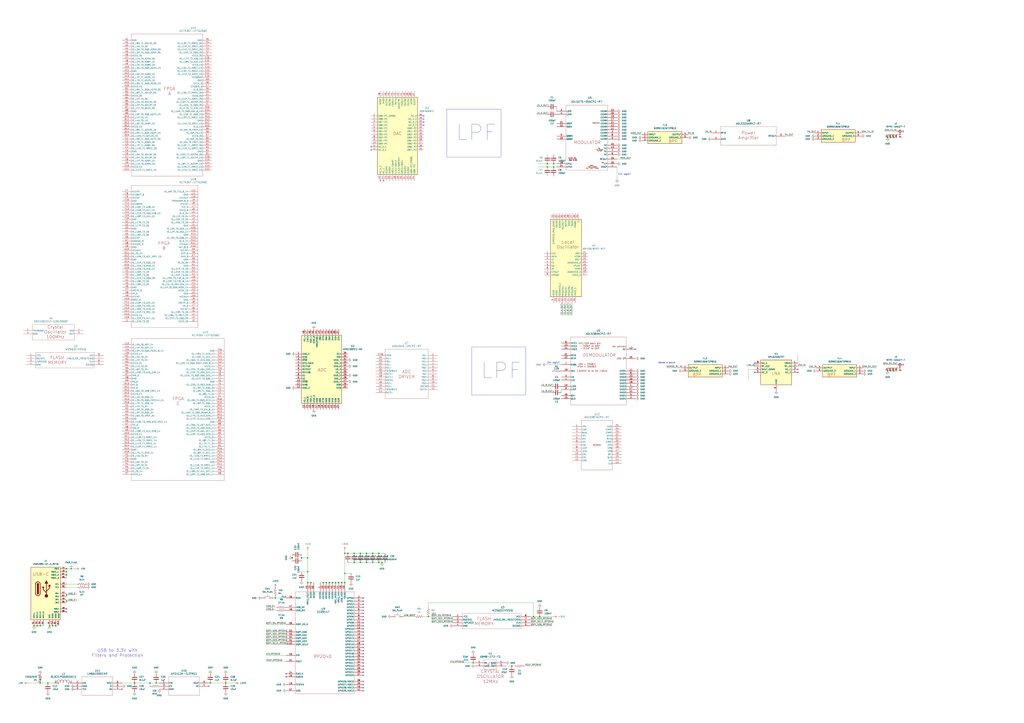
<source format=kicad_sch>
(kicad_sch (version 20250114) (generator "eeschema") (generator_version "9.0")
  (paper "A1")
  (lib_symbols
    (symbol "Device:C" (pin_numbers (hide yes)) (pin_names (offset 0.254))
      (property "Reference" "C" (at 0.635 2.54 0))
      (property "Value" "C" (at 0.635 -2.54 0))
      (symbol "C_1_1"
        (pin passive line (at 0 3.81 270) (length 2.794) (name "~") (number "1"))
        (pin passive line (at 0 -3.81 90) (length 2.794) (name "~") (number "2"))
      )
    )
    (symbol "Device:R_US" (pin_numbers (hide yes)) (pin_names (offset 0))
      (property "Reference" "R" (at 2.54 0 90))
      (property "Value" "R_US" (at -2.54 0 90))
      (symbol "R_US_1_1"
        (pin passive line (at 0 3.81 270) (length 1.27) (name "~") (number "1"))
        (pin passive line (at 0 -3.81 90) (length 1.27) (name "~") (number "2"))
      )
    )
    (symbol "LIB_IRISHSAT:ABM8-272-T3" (pin_names (offset 0.254))
      (property "Reference" "X" (at 12.7 7.62 0))
      (property "Value" "ABM8-272-T3" (at 12.7 5.08 0))
      (symbol "ABM8-272-T3_1_1"
        (text "CRYSTAL\nOSCILLATOR\n12MHz" (at 12.954 -11.176 0) (effects (font (size 2.54 2.54))))
        (pin unspecified line (at 0 0 0) (length 7.62) (name "IN") (number "1"))
        (pin unspecified line (at 0 -2.54 0) (length 7.62) (name "GND") (number "2"))
        (pin unspecified line (at 25.4 0 180) (length 7.62) (name "GND") (number "4"))
        (pin unspecified line (at 25.4 -2.54 180) (length 7.62) (name "OUT") (number "3"))
      )
    )
    (symbol "LIB_IRISHSAT:AD9218BSTZ-65"
      (property "Reference" "IC" (at 39.37 20.32 0))
      (property "Value" "AD9218BSTZ-65" (at 39.37 17.78 0))
      (symbol "AD9218BSTZ-65_1_1"
        (text "ADC" (at 22.098 -13.208 0) (effects (font (size 2.54 2.54))))
        (pin passive line (at 0 0 0) (length 5.08) (name "GND_1") (number "1"))
        (pin passive line (at 0 -2.54 0) (length 5.08) (name "AINA") (number "2"))
        (pin passive line (at 0 -5.08 0) (length 5.08) (name "~{AINA}") (number "3"))
        (pin passive line (at 0 -7.62 0) (length 5.08) (name "DFS/GAIN") (number "4"))
        (pin passive line (at 0 -10.16 0) (length 5.08) (name "REFINA") (number "5"))
        (pin passive line (at 0 -12.7 0) (length 5.08) (name "REFOUT") (number "6"))
        (pin passive line (at 0 -15.24 0) (length 5.08) (name "REFINB") (number "7"))
        (pin passive line (at 0 -17.78 0) (length 5.08) (name "S1") (number "8"))
        (pin passive line (at 0 -20.32 0) (length 5.08) (name "S2") (number "9"))
        (pin passive line (at 0 -22.86 0) (length 5.08) (name "~{AINB}") (number "10"))
        (pin passive line (at 0 -25.4 0) (length 5.08) (name "AINB") (number "11"))
        (pin passive line (at 0 -27.94 0) (length 5.08) (name "GND_2") (number "12"))
        (pin passive line (at 7.62 20.32 270) (length 5.08) (name "VD_4") (number "48"))
        (pin passive line (at 7.62 -45.72 90) (length 5.08) (name "VD_1") (number "13"))
        (pin passive line (at 10.16 20.32 270) (length 5.08) (name "ENCA") (number "47"))
        (pin passive line (at 10.16 -45.72 90) (length 5.08) (name "ENCB") (number "14"))
        (pin passive line (at 12.7 20.32 270) (length 5.08) (name "VDD_4") (number "46"))
        (pin passive line (at 12.7 -45.72 90) (length 5.08) (name "VDD_1") (number "15"))
        (pin passive line (at 15.24 20.32 270) (length 5.08) (name "GND_8") (number "45"))
        (pin passive line (at 15.24 -45.72 90) (length 5.08) (name "GND_3") (number "16"))
        (pin passive line (at 17.78 20.32 270) (length 5.08) (name "D9A(MSB)") (number "44"))
        (pin passive line (at 17.78 -45.72 90) (length 5.08) (name "D9B") (number "17"))
        (pin passive line (at 20.32 20.32 270) (length 5.08) (name "D8A") (number "43"))
        (pin passive line (at 20.32 -45.72 90) (length 5.08) (name "D8B") (number "18"))
        (pin passive line (at 22.86 20.32 270) (length 5.08) (name "D7A") (number "42"))
        (pin passive line (at 22.86 -45.72 90) (length 5.08) (name "D7B") (number "19"))
        (pin passive line (at 25.4 20.32 270) (length 5.08) (name "D6A") (number "41"))
        (pin passive line (at 25.4 -45.72 90) (length 5.08) (name "D6B") (number "20"))
        (pin passive line (at 27.94 20.32 270) (length 5.08) (name "D5A") (number "40"))
        (pin passive line (at 27.94 -45.72 90) (length 5.08) (name "D5B") (number "21"))
        (pin passive line (at 30.48 20.32 270) (length 5.08) (name "D4A") (number "39"))
        (pin passive line (at 30.48 -45.72 90) (length 5.08) (name "D4B") (number "22"))
        (pin passive line (at 33.02 20.32 270) (length 5.08) (name "D3A") (number "38"))
        (pin passive line (at 33.02 -45.72 90) (length 5.08) (name "D3B") (number "23"))
        (pin passive line (at 35.56 20.32 270) (length 5.08) (name "D2A") (number "37"))
        (pin passive line (at 35.56 -45.72 90) (length 5.08) (name "D2B") (number "24"))
        (pin passive line (at 43.18 0 180) (length 5.08) (name "D1A") (number "36"))
        (pin passive line (at 43.18 -2.54 180) (length 5.08) (name "D0A") (number "35"))
        (pin passive line (at 43.18 -5.08 180) (length 5.08) (name "GND_7") (number "34"))
        (pin passive line (at 43.18 -7.62 180) (length 5.08) (name "VDD_3") (number "33"))
        (pin passive line (at 43.18 -10.16 180) (length 5.08) (name "GND_6") (number "32"))
        (pin passive line (at 43.18 -12.7 180) (length 5.08) (name "VD_3") (number "31"))
        (pin passive line (at 43.18 -15.24 180) (length 5.08) (name "VD_2") (number "30"))
        (pin passive line (at 43.18 -17.78 180) (length 5.08) (name "GND_5") (number "29"))
        (pin passive line (at 43.18 -20.32 180) (length 5.08) (name "VDD_2") (number "28"))
        (pin passive line (at 43.18 -22.86 180) (length 5.08) (name "GND_4") (number "27"))
        (pin passive line (at 43.18 -25.4 180) (length 5.08) (name "D0B") (number "26"))
        (pin passive line (at 43.18 -27.94 180) (length 5.08) (name "D1B") (number "25"))
      )
    )
    (symbol "LIB_IRISHSAT:AD9763ASTZ"
      (property "Reference" "IC" (at 39.37 20.32 0))
      (property "Value" "AD9763ASTZ" (at 39.37 17.78 0))
      (symbol "AD9763ASTZ_1_1"
        (text "DAC" (at 21.59 -14.478 0) (effects (font (size 2.54 2.54))))
        (pin passive line (at 0 0 0) (length 5.08) (name "DB9-P1_(MSB)") (number "1"))
        (pin passive line (at 0 -2.54 0) (length 5.08) (name "DB8-P1") (number "2"))
        (pin passive line (at 0 -5.08 0) (length 5.08) (name "DB7-P1") (number "3"))
        (pin passive line (at 0 -7.62 0) (length 5.08) (name "DB6-P1") (number "4"))
        (pin passive line (at 0 -10.16 0) (length 5.08) (name "DB5-P1") (number "5"))
        (pin passive line (at 0 -12.7 0) (length 5.08) (name "DB4-P1") (number "6"))
        (pin passive line (at 0 -15.24 0) (length 5.08) (name "DB3-P1") (number "7"))
        (pin passive line (at 0 -17.78 0) (length 5.08) (name "DB2-P1") (number "8"))
        (pin passive line (at 0 -20.32 0) (length 5.08) (name "DB1-P1") (number "9"))
        (pin passive line (at 0 -22.86 0) (length 5.08) (name "DB0-P1") (number "10"))
        (pin passive line (at 0 -25.4 0) (length 5.08) (name "NC_2_1") (number "11"))
        (pin passive line (at 0 -27.94 0) (length 5.08) (name "NC_3_1") (number "12"))
        (pin passive line (at 7.62 20.32 270) (length 5.08) (name "MODE") (number "48"))
        (pin passive line (at 7.62 -53.34 90) (length 5.08) (name "NC_4_1") (number "13"))
        (pin passive line (at 10.16 20.32 270) (length 5.08) (name "AVDD") (number "47"))
        (pin passive line (at 10.16 -53.34 90) (length 5.08) (name "NC_1") (number "14"))
        (pin passive line (at 12.7 20.32 270) (length 5.08) (name "IOUTA1") (number "46"))
        (pin passive line (at 12.7 -53.34 90) (length 5.08) (name "DCOM1") (number "15"))
        (pin passive line (at 15.24 20.32 270) (length 5.08) (name "IOUTB1") (number "45"))
        (pin passive line (at 15.24 -53.34 90) (length 5.08) (name "DVDD1") (number "16"))
        (pin passive line (at 17.78 20.32 270) (length 5.08) (name "FSADJ1") (number "44"))
        (pin passive line (at 17.78 -53.34 90) (length 5.08) (name "WRT1/IQWRT") (number "17"))
        (pin passive line (at 20.32 20.32 270) (length 5.08) (name "REFIO") (number "43"))
        (pin passive line (at 20.32 -53.34 90) (length 5.08) (name "CLK1/IQCLK") (number "18"))
        (pin passive line (at 22.86 20.32 270) (length 5.08) (name "GAINCTRL") (number "42"))
        (pin passive line (at 22.86 -53.34 90) (length 5.08) (name "CLK2/IQRESET") (number "19"))
        (pin passive line (at 25.4 20.32 270) (length 5.08) (name "FSADJ2") (number "41"))
        (pin passive line (at 25.4 -53.34 90) (length 5.08) (name "WRT2/IQSEL") (number "20"))
        (pin passive line (at 27.94 20.32 270) (length 5.08) (name "IOUTB2") (number "40"))
        (pin passive line (at 27.94 -53.34 90) (length 5.08) (name "DCOM2") (number "21"))
        (pin passive line (at 30.48 20.32 270) (length 5.08) (name "IOUTA2") (number "39"))
        (pin passive line (at 30.48 -53.34 90) (length 5.08) (name "DVDD2") (number "22"))
        (pin passive line (at 33.02 20.32 270) (length 5.08) (name "ACOM") (number "38"))
        (pin passive line (at 33.02 -53.34 90) (length 5.08) (name "DB9-P2_(MSB)") (number "23"))
        (pin passive line (at 35.56 20.32 270) (length 5.08) (name "SLEEP") (number "37"))
        (pin passive line (at 35.56 -53.34 90) (length 5.08) (name "DB8-P2") (number "24"))
        (pin passive line (at 43.18 0 180) (length 5.08) (name "NC_5") (number "36"))
        (pin passive line (at 43.18 -2.54 180) (length 5.08) (name "NC_4_2") (number "35"))
        (pin passive line (at 43.18 -5.08 180) (length 5.08) (name "NC_3_2") (number "34"))
        (pin passive line (at 43.18 -7.62 180) (length 5.08) (name "NC_2_2") (number "33"))
        (pin passive line (at 43.18 -10.16 180) (length 5.08) (name "DB0-P2") (number "32"))
        (pin passive line (at 43.18 -12.7 180) (length 5.08) (name "DB1-P2") (number "31"))
        (pin passive line (at 43.18 -15.24 180) (length 5.08) (name "DB2-P2") (number "30"))
        (pin passive line (at 43.18 -17.78 180) (length 5.08) (name "DB3-P2") (number "29"))
        (pin passive line (at 43.18 -20.32 180) (length 5.08) (name "DB4-P2") (number "28"))
        (pin passive line (at 43.18 -22.86 180) (length 5.08) (name "DB5-P2") (number "27"))
        (pin passive line (at 43.18 -25.4 180) (length 5.08) (name "DB6-P2") (number "26"))
        (pin passive line (at 43.18 -27.94 180) (length 5.08) (name "DB7-P2") (number "25"))
      )
    )
    (symbol "LIB_IRISHSAT:ADA4940-2ACPZ-R7" (pin_names (offset 0.254))
      (property "Reference" "U" (at 25.4 10.16 0))
      (property "Value" "ADA4940-2ACPZ-R7" (at 25.4 7.62 0))
      (symbol "ADA4940-2ACPZ-R7_0_1"
        (pin input line (at 0 0 0) (length 7.62) (name "IN1-") (number "1"))
        (pin output line (at 0 -2.54 0) (length 7.62) (name "FB1+") (number "2"))
        (pin power_in line (at 0 -5.08 0) (length 7.62) (name "VS1+") (number "3"))
        (pin power_in line (at 0 -7.62 0) (length 7.62) (name "VS1+") (number "4"))
        (pin output line (at 0 -10.16 0) (length 7.62) (name "FB2-") (number "5"))
        (pin input line (at 0 -12.7 0) (length 7.62) (name "IN2+") (number "6"))
        (pin input line (at 0 -15.24 0) (length 7.62) (name "IN2-") (number "7"))
        (pin output line (at 0 -17.78 0) (length 7.62) (name "FB2+") (number "8"))
        (pin power_in line (at 0 -20.32 0) (length 7.62) (name "VS2+") (number "9"))
        (pin power_in line (at 0 -22.86 0) (length 7.62) (name "VS2+") (number "10"))
        (pin output line (at 0 -25.4 0) (length 7.62) (name "VOCM2") (number "11"))
        (pin output line (at 0 -27.94 0) (length 7.62) (name "OUT2+") (number "12"))
        (pin unspecified line (at 50.8 0 180) (length 7.62) (name "EPAD") (number "HTAB"))
        (pin input line (at 50.8 -2.54 180) (length 7.62) (name "IN1+") (number "24"))
        (pin output line (at 50.8 -5.08 180) (length 7.62) (name "FB1-") (number "23"))
        (pin power_in line (at 50.8 -7.62 180) (length 7.62) (name "VS1-") (number "22"))
        (pin power_in line (at 50.8 -10.16 180) (length 7.62) (name "VS1-") (number "21"))
        (pin unspecified line (at 50.8 -12.7 180) (length 7.62) (name "*DISABLE1") (number "20"))
        (pin output line (at 50.8 -15.24 180) (length 7.62) (name "OUT1-") (number "19"))
        (pin output line (at 50.8 -17.78 180) (length 7.62) (name "OUT1+") (number "18"))
        (pin output line (at 50.8 -20.32 180) (length 7.62) (name "VOCM1") (number "17"))
        (pin power_in line (at 50.8 -22.86 180) (length 7.62) (name "VS2+") (number "16"))
        (pin power_in line (at 50.8 -25.4 180) (length 7.62) (name "VS2-") (number "15"))
        (pin unspecified line (at 50.8 -27.94 180) (length 7.62) (name "*DISABLE2") (number "14"))
        (pin output line (at 50.8 -30.48 180) (length 7.62) (name "OUT2-") (number "13"))
      )
      (symbol "ADA4940-2ACPZ-R7_1_1"
        (text "ADC\nDRIVER" (at 25.4 -15.494 0) (effects (font (size 2.54 2.54))))
      )
    )
    (symbol "LIB_IRISHSAT:ADF4351BCPZ-RL7"
      (property "Reference" "IC" (at 31.75 33.02 0))
      (property "Value" "ADF4351BCPZ-RL7" (at 31.75 30.48 0))
      (symbol "ADF4351BCPZ-RL7_1_1"
        (text "Local\nOscillator" (at 19.304 7.366 0) (effects (font (size 2.54 2.54))))
        (pin passive line (at 0 0 0) (length 5.08) (name "CLK") (number "1"))
        (pin passive line (at 0 -2.54 0) (length 5.08) (name "DATA") (number "2"))
        (pin passive line (at 0 -5.08 0) (length 5.08) (name "LE") (number "3"))
        (pin passive line (at 0 -7.62 0) (length 5.08) (name "CE") (number "4"))
        (pin passive line (at 0 -10.16 0) (length 5.08) (name "SW") (number "5"))
        (pin passive line (at 0 -12.7 0) (length 5.08) (name "VP") (number "6"))
        (pin passive line (at 0 -15.24 0) (length 5.08) (name "CPOUT") (number "7"))
        (pin passive line (at 0 -17.78 0) (length 5.08) (name "CPGND") (number "8"))
        (pin passive line (at 7.62 33.02 270) (length 5.08) (name "EXPOSED_PAD_(GND)") (number "33"))
        (pin passive line (at 7.62 -40.64 90) (length 5.08) (name "AGND") (number "9"))
        (pin passive line (at 10.16 33.02 270) (length 5.08) (name "SDVDD") (number "32"))
        (pin passive line (at 10.16 -40.64 90) (length 5.08) (name "AVDD") (number "10"))
        (pin passive line (at 12.7 33.02 270) (length 5.08) (name "SDGND") (number "31"))
        (pin passive line (at 12.7 -40.64 90) (length 5.08) (name "AGNDVCO_1") (number "11"))
        (pin passive line (at 15.24 33.02 270) (length 5.08) (name "MUXOUT") (number "30"))
        (pin passive line (at 15.24 -40.64 90) (length 5.08) (name "RFOUTA+") (number "12"))
        (pin passive line (at 17.78 33.02 270) (length 5.08) (name "REFIN") (number "29"))
        (pin passive line (at 17.78 -40.64 90) (length 5.08) (name "RFOUTA-") (number "13"))
        (pin passive line (at 20.32 33.02 270) (length 5.08) (name "DVDD") (number "28"))
        (pin passive line (at 20.32 -40.64 90) (length 5.08) (name "RFOUTB+") (number "14"))
        (pin passive line (at 22.86 33.02 270) (length 5.08) (name "DGND") (number "27"))
        (pin passive line (at 22.86 -40.64 90) (length 5.08) (name "RFOUTB-") (number "15"))
        (pin passive line (at 25.4 33.02 270) (length 5.08) (name "PDBRF") (number "26"))
        (pin passive line (at 25.4 -40.64 90) (length 5.08) (name "VVCO_1") (number "16"))
        (pin passive line (at 27.94 33.02 270) (length 5.08) (name "LD") (number "25"))
        (pin passive line (at 35.56 0 180) (length 5.08) (name "VREF") (number "24"))
        (pin passive line (at 35.56 -2.54 180) (length 5.08) (name "VCOM") (number "23"))
        (pin passive line (at 35.56 -5.08 180) (length 5.08) (name "RSET") (number "22"))
        (pin passive line (at 35.56 -7.62 180) (length 5.08) (name "AGNDVCO_3") (number "21"))
        (pin passive line (at 35.56 -10.16 180) (length 5.08) (name "VTUNE") (number "20"))
        (pin passive line (at 35.56 -12.7 180) (length 5.08) (name "TEMP") (number "19"))
        (pin passive line (at 35.56 -15.24 180) (length 5.08) (name "AGNDVCO_2") (number "18"))
        (pin passive line (at 35.56 -17.78 180) (length 5.08) (name "VVCO_2") (number "17"))
      )
    )
    (symbol "LIB_IRISHSAT:ADL5320ARKZ-R7" (pin_names (offset 0.254))
      (property "Reference" "U" (at 30.48 10.16 0))
      (property "Value" "ADL5320ARKZ-R7" (at 30.48 7.62 0))
      (symbol "ADL5320ARKZ-R7_0_1"
        (pin unspecified line (at 0 0 0) (length 7.62) (name "RFIN") (number "1"))
        (pin unspecified line (at 0 -5.08 0) (length 7.62) (name "GND") (number "2"))
        (pin unspecified line (at 60.96 -2.54 180) (length 7.62) (name "RFOUT") (number "3"))
      )
      (symbol "ADL5320ARKZ-R7_1_1"
        (text "Power\nAmplifier" (at 30.48 -2.032 0) (effects (font (size 2.54 2.54))))
      )
    )
    (symbol "LIB_IRISHSAT:ADL5375-05ACPZ-R7" (pin_names (offset 0.254))
      (property "Reference" "U" (at 25.146 0 0))
      (property "Value" "ADL5375-05ACPZ-R7" (at 25.654 3.302 0))
      (symbol "ADL5375-05ACPZ-R7_0_1"
        (pin unspecified line (at 0 0 0) (length 7.62) (name "LOIP") (number "3"))
        (pin unspecified line (at 0 -2.54 0) (length 7.62) (name "LOIN") (number "4"))
        (pin unspecified line (at 0 -10.16 0) (length 7.62) (name "IBBP") (number "21"))
        (pin unspecified line (at 0 -12.7 0) (length 7.62) (name "IBBN") (number "22"))
        (pin unspecified line (at 0 -20.32 0) (length 7.62) (name "QBBN") (number "9"))
        (pin unspecified line (at 0 -22.86 0) (length 7.62) (name "QBBP") (number "10"))
        (pin power_in line (at 0 -43.18 0) (length 7.62) (name "VPS1") (number "18"))
        (pin power_in line (at 0 -45.72 0) (length 7.62) (name "VPS2") (number "24"))
        (pin unspecified line (at 49.53 0 180) (length 7.62) (name "COMM") (number "23"))
        (pin unspecified line (at 49.53 -2.54 180) (length 7.62) (name "COMM") (number "20"))
        (pin unspecified line (at 49.53 -5.08 180) (length 7.62) (name "COMM") (number "19"))
        (pin unspecified line (at 49.53 -7.62 180) (length 7.62) (name "COMM") (number "17"))
        (pin unspecified line (at 49.53 -10.16 180) (length 7.62) (name "COMM") (number "14"))
        (pin unspecified line (at 49.53 -12.7 180) (length 7.62) (name "COMM") (number "12"))
        (pin unspecified line (at 49.53 -15.24 180) (length 7.62) (name "COMM") (number "11"))
        (pin unspecified line (at 49.53 -17.78 180) (length 7.62) (name "COMM") (number "2"))
        (pin unspecified line (at 49.53 -20.32 180) (length 7.62) (name "COMM") (number "8"))
        (pin unspecified line (at 49.53 -22.86 180) (length 7.62) (name "COMM") (number "5"))
        (pin unspecified line (at 49.53 -27.94 180) (length 7.62) (name "NC") (number "15"))
        (pin unspecified line (at 49.53 -30.48 180) (length 7.62) (name "NC") (number "13"))
        (pin unspecified line (at 49.53 -33.02 180) (length 7.62) (name "NC") (number "7"))
        (pin unspecified line (at 49.53 -35.56 180) (length 7.62) (name "NC") (number "6"))
        (pin unspecified line (at 49.53 -39.37 180) (length 7.62) (name "RFOUT") (number "16"))
        (pin unspecified line (at 49.53 -43.18 180) (length 7.62) (name "EP") (number "25"))
        (pin unspecified line (at 49.53 -45.72 180) (length 7.62) (name "DSOP") (number "1"))
      )
      (symbol "ADL5375-05ACPZ-R7_1_1"
        (text "Vs each with:\n- 0.1uF to GND\n- 100pF to GND" (at 12.7 -39.37 0) (effects (font (size 0.635 0.635))))
        (text "MODULATOR" (at 25.146 -25.654 0) (effects (font (size 2.54 2.54))))
        (text "DSOP\n- High = disable\n- Low = GND = enable\n" (at 28.702 -45.72 0) (effects (font (size 0.635 0.635))))
        (text "COMM: GND" (at 32.258 -9.652 0) (effects (font (size 0.635 0.635))))
        (text "NC:\n- No connect\n- or GND\n" (at 34.798 -31.496 0) (effects (font (size 0.635 0.635))))
        (text "GND" (at 37.846 -42.164 0) (effects (font (size 0.635 0.635))))
      )
    )
    (symbol "LIB_IRISHSAT:ADL5380ACPZ-R7" (pin_names (offset 0.254))
      (property "Reference" "U" (at 30.48 1.524 0))
      (property "Value" "ADL5380ACPZ-R7" (at 30.226 3.81 0))
      (symbol "ADL5380ACPZ-R7_0_1"
        (pin unspecified line (at 0 0 0) (length 7.62) (name "VCC1") (number "6"))
        (pin unspecified line (at 0 -2.54 0) (length 7.62) (name "VCC2") (number "13"))
        (pin unspecified line (at 0 -5.08 0) (length 7.62) (name "VDD3") (number "24"))
        (pin unspecified line (at 0 -17.78 0) (length 7.62) (name "ENBL") (number "7"))
        (pin unspecified line (at 0 -22.86 0) (length 7.62) (name "ADJ") (number "19"))
        (pin unspecified line (at 0 -27.94 0) (length 7.62) (name "IHI") (number "3"))
        (pin unspecified line (at 0 -30.48 0) (length 7.62) (name "ILO") (number "4"))
        (pin unspecified line (at 0 -35.56 0) (length 7.62) (name "LOIN") (number "10"))
        (pin unspecified line (at 0 -38.1 0) (length 7.62) (name "LOIP") (number "9"))
        (pin unspecified line (at 0 -43.18 0) (length 7.62) (name "QHI") (number "16"))
        (pin unspecified line (at 0 -45.72 0) (length 7.62) (name "QLO") (number "15"))
        (pin unspecified line (at 60.96 -5.08 180) (length 7.62) (name "NC") (number "12"))
        (pin unspecified line (at 60.96 -12.7 180) (length 7.62) (name "EP") (number "25"))
        (pin unspecified line (at 60.96 -22.86 180) (length 7.62) (name "GND4") (number "11"))
        (pin unspecified line (at 60.96 -25.4 180) (length 7.62) (name "GND4") (number "8"))
        (pin unspecified line (at 60.96 -27.94 180) (length 7.62) (name "GND3") (number "23"))
        (pin unspecified line (at 60.96 -30.48 180) (length 7.62) (name "GND3") (number "20"))
        (pin unspecified line (at 60.96 -33.02 180) (length 7.62) (name "GND3") (number "18"))
        (pin unspecified line (at 60.96 -35.56 180) (length 7.62) (name "GND3") (number "1"))
        (pin unspecified line (at 60.96 -38.1 180) (length 7.62) (name "GND2") (number "17"))
        (pin unspecified line (at 60.96 -40.64 180) (length 7.62) (name "GND2") (number "14"))
        (pin unspecified line (at 60.96 -43.18 180) (length 7.62) (name "GND1") (number "5"))
        (pin unspecified line (at 60.96 -45.72 180) (length 7.62) (name "GND1") (number "2"))
      )
      (symbol "ADL5380ACPZ-R7_1_1"
        (text "LOW = ENABLE\nHIGH = DISABLE" (at 21.082 -18.288 0) (effects (font (size 1.27 1.27))))
        (text "VCC/VDD each pin:\n- 100pF to GND\n- 0.1uF to GND" (at 23.368 -2.286 0) (effects (font (size 1.27 1.27))))
        (text "1.5kOhm to Vs for <3GHz" (at 25.146 -22.86 0) (effects (font (size 1.27 1.27))))
        (text "DEMODULATOR" (at 31.242 -9.906 0) (effects (font (size 2.54 2.54))))
        (text "No connect" (at 47.498 -2.794 0) (effects (font (size 1.27 1.27))))
        (text "GND" (at 47.498 -12.7 0) (effects (font (size 1.27 1.27))))
        (pin unspecified line (at 0 -10.16 0) (length 7.62) (name "RFIN") (number "21"))
        (pin unspecified line (at 0 -12.7 0) (length 7.62) (name "RFIP") (number "22"))
      )
    )
    (symbol "LIB_IRISHSAT:ADL5387ACPZ-R7" (pin_names (offset 0.254))
      (property "Reference" "U" (at 20.32 10.16 0))
      (property "Value" "ADL5387ACPZ-R7" (at 20.32 7.62 0))
      (symbol "ADL5387ACPZ-R7_0_1"
        (pin power_in line (at 0 0 0) (length 7.62) (name "VPA") (number "1"))
        (pin power_out line (at 0 -2.54 0) (length 7.62) (name "COM") (number "2"))
        (pin unspecified line (at 0 -5.08 0) (length 7.62) (name "BIAS") (number "3"))
        (pin power_in line (at 0 -7.62 0) (length 7.62) (name "VPL") (number "4"))
        (pin power_in line (at 0 -10.16 0) (length 7.62) (name "VPL") (number "5"))
        (pin power_in line (at 0 -12.7 0) (length 7.62) (name "VPL") (number "6"))
        (pin power_out line (at 0 -15.24 0) (length 7.62) (name "CML") (number "7"))
        (pin input line (at 0 -17.78 0) (length 7.62) (name "LOIP") (number "8"))
        (pin input line (at 0 -20.32 0) (length 7.62) (name "LOIN") (number "9"))
        (pin power_out line (at 0 -22.86 0) (length 7.62) (name "CML") (number "10"))
        (pin power_out line (at 0 -25.4 0) (length 7.62) (name "CML") (number "11"))
        (pin power_out line (at 0 -27.94 0) (length 7.62) (name "COM") (number "12"))
        (pin power_out line (at 40.64 0 180) (length 7.62) (name "GND") (number "25"))
        (pin power_out line (at 40.64 -2.54 180) (length 7.62) (name "CMRF") (number "24"))
        (pin power_out line (at 40.64 -5.08 180) (length 7.62) (name "CMRF") (number "23"))
        (pin input line (at 40.64 -7.62 180) (length 7.62) (name "RFIP") (number "22"))
        (pin input line (at 40.64 -10.16 180) (length 7.62) (name "RFIN") (number "21"))
        (pin power_out line (at 40.64 -12.7 180) (length 7.62) (name "CMRF") (number "20"))
        (pin power_in line (at 40.64 -15.24 180) (length 7.62) (name "VPX") (number "19"))
        (pin power_in line (at 40.64 -17.78 180) (length 7.62) (name "VPB") (number "18"))
        (pin power_in line (at 40.64 -20.32 180) (length 7.62) (name "VPB") (number "17"))
        (pin output line (at 40.64 -22.86 180) (length 7.62) (name "QHI") (number "16"))
        (pin output line (at 40.64 -25.4 180) (length 7.62) (name "QLO") (number "15"))
        (pin output line (at 40.64 -27.94 180) (length 7.62) (name "IHI") (number "14"))
        (pin output line (at 40.64 -30.48 180) (length 7.62) (name "ILO") (number "13"))
      )
      (symbol "ADL5387ACPZ-R7_1_1"
        (text "DEMOD" (at 20.32 -15.24 0) (effects (font (size 1.27 1.27))))
      )
    )
    (symbol "LIB_IRISHSAT:AP2112K-3.3TRG1" (pin_names (offset 0.254))
      (property "Reference" "U" (at 20.32 10.16 0))
      (property "Value" "AP2112K-3.3TRG1" (at 20.32 7.62 0))
      (symbol "AP2112K-3.3TRG1_0_1"
        (pin unspecified line (at 0 0 0) (length 7.62) (name "VIN") (number "1"))
        (pin unspecified line (at 0 -2.54 0) (length 7.62) (name "EN") (number "3"))
        (pin unspecified line (at 0 -5.08 0) (length 7.62) (name "GND") (number "2"))
        (pin unspecified line (at 40.64 0 180) (length 7.62) (name "VOUT") (number "5"))
        (pin unspecified line (at 40.64 -2.54 180) (length 7.62) (name "NC") (number "4"))
      )
    )
    (symbol "LIB_IRISHSAT:B39921B2672P810"
      (property "Reference" "FL" (at 34.29 7.62 0))
      (property "Value" "B39921B2672P810" (at 34.29 5.08 0))
      (symbol "B39921B2672P810_1_1"
        (text "BPF" (at 25.654 -5.588 0) (effects (font (size 2.54 2.54))))
        (pin passive line (at 0 0 0) (length 5.08) (name "INPUT") (number "1"))
        (pin passive line (at 0 -2.54 0) (length 5.08) (name "GROUND_1") (number "2"))
        (pin passive line (at 0 -5.08 0) (length 5.08) (name "GROUND_2") (number "3"))
        (pin passive line (at 38.1 0 180) (length 5.08) (name "OUTPUT") (number "4"))
        (pin passive line (at 38.1 -2.54 180) (length 5.08) (name "GROUND_3") (number "5"))
      )
    )
    (symbol "LIB_IRISHSAT:BLM21PG600SN1D" (pin_names (offset 0.254))
      (property "Reference" "L" (at 6.985 5.08 0))
      (property "Value" "BLM21PG600SN1D" (at 6.985 -2.54 0))
      (symbol "BLM21PG600SN1D_1_1"
        (pin unspecified line (at 0 0 0) (length 2.54) (name "2") (number "2"))
        (pin unspecified line (at 15.24 0 180) (length 2.54) (name "1") (number "1"))
      )
      (symbol "BLM21PG600SN1D_1_2"
        (pin unspecified line (at 0 15.24 270) (length 2.54) (name "1") (number "1"))
        (pin unspecified line (at 0 0 90) (length 2.54) (name "2") (number "2"))
      )
    )
    (symbol "LIB_IRISHSAT:DSC1001CI2-100.0000T" (pin_names (offset 0.254))
      (property "Reference" "U" (at 22.86 10.16 0))
      (property "Value" "DSC1001CI2-100.0000T" (at 22.86 7.62 0))
      (symbol "DSC1001CI2-100.0000T_0_1"
        (pin input line (at 0 0 0) (length 7.62) (name "*STANDBY") (number "1"))
        (pin power_out line (at 0 -2.54 0) (length 7.62) (name "GND") (number "2"))
        (pin power_in line (at 49.53 0 180) (length 7.62) (name "VDD") (number "4"))
        (pin output line (at 49.53 -2.54 180) (length 7.62) (name "OUT") (number "3"))
      )
      (symbol "DSC1001CI2-100.0000T_1_1"
        (text "Crystal\nOscillator\n100MHz" (at 26.416 -1.016 0) (effects (font (size 2.54 2.54))))
      )
    )
    (symbol "LIB_IRISHSAT:ESD5Z5V0" (pin_numbers (hide yes)) (pin_names (offset 0))
      (property "Reference" "D" (at 0 5.08 0))
      (property "Value" "ESD5Z5V0" (at 0 3.175 0))
      (symbol "ESD5Z5V0_1_1"
        (pin passive line (at -3.81 0 0) (length 2.54) (name "A") (number "1"))
        (pin passive line (at 3.81 0 180) (length 2.54) (name "C") (number "2"))
      )
    )
    (symbol "LIB_IRISHSAT:LM66100DCKR" (pin_names (offset 0.254))
      (property "Reference" "U" (at 20.32 10.16 0))
      (property "Value" "LM66100DCKR" (at 20.32 7.62 0))
      (symbol "LM66100DCKR_0_1"
        (pin input line (at 0 0 0) (length 7.62) (name "VIN") (number "1"))
        (pin power_in line (at 0 -2.54 0) (length 7.62) (name "GND") (number "2"))
        (pin input line (at 0 -5.08 0) (length 7.62) (name "*CE") (number "3"))
        (pin output line (at 40.64 0 180) (length 7.62) (name "VOUT") (number "6"))
        (pin output line (at 40.64 -2.54 180) (length 7.62) (name "ST") (number "5"))
        (pin no_connect line (at 40.64 -5.08 180) (length 7.62) (name "NC") (number "4"))
      )
    )
    (symbol "LIB_IRISHSAT:QPL6220QTR7"
      (property "Reference" "IC" (at 31.75 7.62 0))
      (property "Value" "QPL6220QTR7" (at 31.75 5.08 0))
      (symbol "QPL6220QTR7_1_1"
        (text "LNA" (at 18.034 -8.382 0) (effects (font (size 2.54 2.54))))
        (pin passive line (at 0 0 0) (length 5.08) (name "VBIAS") (number "1"))
        (pin passive line (at 0 -2.54 0) (length 5.08) (name "RF_IN") (number "2"))
        (pin passive line (at 0 -5.08 0) (length 5.08) (name "NC_1") (number "3"))
        (pin passive line (at 0 -7.62 0) (length 5.08) (name "NC_2") (number "4"))
        (pin passive line (at 17.78 -22.86 90) (length 5.08) (name "GND") (number "9"))
        (pin passive line (at 35.56 0 180) (length 5.08) (name "NC_4") (number "8"))
        (pin passive line (at 35.56 -2.54 180) (length 5.08) (name "RF_OUT") (number "7"))
        (pin passive line (at 35.56 -5.08 180) (length 5.08) (name "SHUT_DOWN") (number "6"))
        (pin passive line (at 35.56 -7.62 180) (length 5.08) (name "NC_3") (number "5"))
      )
    )
    (symbol "LIB_IRISHSAT:RFPC-SMA27-F" (pin_names (offset 1.016))
      (property "Reference" "J" (at -3.81 4.318 0))
      (property "Value" "RFPC-SMA27-F" (at -3.81 2.032 0))
      (symbol "RFPC-SMA27-F_0_0"
        (pin passive line (at 2.54 0 180) (length 5.08) (name "~") (number "1"))
        (pin power_in line (at 2.54 -5.08 90) (length 2.54) (name "~") (number "G1"))
        (pin power_in line (at 5.08 -5.08 90) (length 2.54) (name "~") (number "G2"))
        (pin power_in line (at 7.62 -5.08 90) (length 2.54) (name "~") (number "G3"))
        (pin power_in line (at 10.16 -5.08 90) (length 2.54) (name "~") (number "G4"))
      )
    )
    (symbol "LIB_IRISHSAT:SC09147" (pin_names (offset 0.254))
      (property "Reference" "U" (at 34.29 -9.144 0))
      (property "Value" "SC09147" (at 34.29 -11.684 0))
      (symbol "SC09147_0_1"
        (pin input line (at 0 19.05 0) (length 7.62) (name "RUN") (number "26"))
        (pin bidirectional line (at 0 11.43 0) (length 7.62) (name "USB_DP") (number "47"))
        (pin bidirectional line (at 0 8.89 0) (length 7.62) (name "USB_DM") (number "46"))
        (pin bidirectional line (at 0 -2.54 0) (length 7.62) (name "SQPI_SS_N") (number "56"))
        (pin bidirectional line (at 0 -8.89 0) (length 7.62) (name "SQPI_SD0") (number "53"))
        (pin bidirectional line (at 0 -11.43 0) (length 7.62) (name "SQPI_SD1") (number "55"))
        (pin bidirectional line (at 0 -13.97 0) (length 7.62) (name "SQPI_SD2") (number "54"))
        (pin bidirectional line (at 0 -16.51 0) (length 7.62) (name "SQPI_SD3") (number "51"))
        (pin bidirectional line (at 0 -19.05 0) (length 7.62) (name "SQPI_SCLK") (number "52"))
        (pin input line (at 0 -27.94 0) (length 7.62) (name "XIN") (number "20"))
        (pin output line (at 0 -33.02 0) (length 7.62) (name "XOUT") (number "21"))
        (pin input line (at 0 -43.18 0) (length 7.62) (name "SWCLK") (number "24"))
        (pin bidirectional line (at 0 -45.72 0) (length 7.62) (name "SWDIO") (number "25"))
        (pin input line (at 0 -52.07 0) (length 7.62) (name "TESTEN") (number "19"))
        (pin power_out line (at 0 -57.15 0) (length 7.62) (name "GND") (number "57"))
        (pin power_in line (at 17.78 31.75 270) (length 7.62) (name "VREG_VOUT") (number "45"))
        (pin power_in line (at 20.32 31.75 270) (length 7.62) (name "DVDD") (number "23"))
        (pin power_in line (at 22.86 31.75 270) (length 7.62) (name "DVDD") (number "50"))
        (pin power_in line (at 27.94 31.75 270) (length 7.62) (name "IOVDD") (number "1"))
        (pin power_in line (at 30.48 31.75 270) (length 7.62) (name "IOVDD") (number "10"))
        (pin power_in line (at 33.02 31.75 270) (length 7.62) (name "IOVDD") (number "22"))
        (pin power_in line (at 35.56 31.75 270) (length 7.62) (name "IOVDD") (number "33"))
        (pin power_in line (at 38.1 31.75 270) (length 7.62) (name "IOVDD") (number "42"))
        (pin power_in line (at 40.64 31.75 270) (length 7.62) (name "ADC_AVDD") (number "43"))
        (pin power_in line (at 43.18 31.75 270) (length 7.62) (name "VREG_VIN") (number "44"))
        (pin power_in line (at 45.72 31.75 270) (length 7.62) (name "USB_VDD") (number "48"))
        (pin power_in line (at 48.26 31.75 270) (length 7.62) (name "IOVDD") (number "49"))
        (pin bidirectional line (at 63.5 19.05 180) (length 7.62) (name "GPIO0") (number "2"))
        (pin bidirectional line (at 63.5 16.51 180) (length 7.62) (name "GPIO1") (number "3"))
        (pin bidirectional line (at 63.5 13.97 180) (length 7.62) (name "GPIO2") (number "4"))
        (pin bidirectional line (at 63.5 11.43 180) (length 7.62) (name "GPIO3") (number "5"))
        (pin bidirectional line (at 63.5 8.89 180) (length 7.62) (name "GPIO4") (number "6"))
        (pin bidirectional line (at 63.5 6.35 180) (length 7.62) (name "GPIO5") (number "7"))
        (pin bidirectional line (at 63.5 3.81 180) (length 7.62) (name "GPIO6") (number "8"))
        (pin bidirectional line (at 63.5 1.27 180) (length 7.62) (name "GPIO7") (number "9"))
        (pin bidirectional line (at 63.5 -1.27 180) (length 7.62) (name "GPIO8") (number "11"))
        (pin bidirectional line (at 63.5 -3.81 180) (length 7.62) (name "GPIO9") (number "12"))
        (pin bidirectional line (at 63.5 -6.35 180) (length 7.62) (name "GPIO10") (number "13"))
        (pin bidirectional line (at 63.5 -8.89 180) (length 7.62) (name "GPIO11") (number "14"))
        (pin bidirectional line (at 63.5 -11.43 180) (length 7.62) (name "GPIO12") (number "15"))
        (pin bidirectional line (at 63.5 -13.97 180) (length 7.62) (name "GPIO13") (number "16"))
        (pin bidirectional line (at 63.5 -16.51 180) (length 7.62) (name "GPIO14") (number "17"))
        (pin bidirectional line (at 63.5 -19.05 180) (length 7.62) (name "GPIO15") (number "18"))
        (pin bidirectional line (at 63.5 -21.59 180) (length 7.62) (name "GPIO16") (number "27"))
        (pin bidirectional line (at 63.5 -24.13 180) (length 7.62) (name "GPIO17") (number "28"))
        (pin bidirectional line (at 63.5 -26.67 180) (length 7.62) (name "GPIO18") (number "29"))
        (pin bidirectional line (at 63.5 -29.21 180) (length 7.62) (name "GPIO19") (number "30"))
        (pin bidirectional line (at 63.5 -31.75 180) (length 7.62) (name "GPIO20") (number "31"))
        (pin bidirectional line (at 63.5 -34.29 180) (length 7.62) (name "GPIO21") (number "32"))
        (pin bidirectional line (at 63.5 -36.83 180) (length 7.62) (name "GPIO22") (number "34"))
        (pin bidirectional line (at 63.5 -39.37 180) (length 7.62) (name "GPIO23") (number "35"))
        (pin bidirectional line (at 63.5 -41.91 180) (length 7.62) (name "GPIO24") (number "36"))
        (pin bidirectional line (at 63.5 -44.45 180) (length 7.62) (name "GPIO25") (number "37"))
        (pin bidirectional line (at 63.5 -49.53 180) (length 7.62) (name "GPIO26/ADC0") (number "38"))
        (pin bidirectional line (at 63.5 -52.07 180) (length 7.62) (name "GPIO27/ADC1") (number "39"))
        (pin bidirectional line (at 63.5 -54.61 180) (length 7.62) (name "GPIO28/ADC2") (number "40"))
        (pin bidirectional line (at 63.5 -57.15 180) (length 7.62) (name "GPIO29/ADC3") (number "41"))
      )
      (symbol "SC09147_1_1"
        (text "RP2040" (at 29.972 -28.956 0) (effects (font (size 2.54 2.54))))
      )
    )
    (symbol "LIB_IRISHSAT:USB4085-GF-A_REVB" (pin_names (offset 1.016))
      (property "Reference" "J" (at -5.08 18.288 0))
      (property "Value" "USB4085-GF-A_REVB" (at -3.81 -14.986 0))
      (symbol "USB4085-GF-A_REVB_0_0"
        (pin passive line (at -2.54 -30.48 90) (length 5.08) (name "SHELL") (number "S1"))
        (pin power_in line (at 10.16 -30.48 90) (length 5.08) (name "GND") (number "A1"))
        (pin power_in line (at 24.13 16.51 180) (length 5.08) (name "VBUS") (number "A4"))
        (pin power_in line (at 24.13 13.97 180) (length 5.08) (name "VBUS__1") (number "A9"))
        (pin power_in line (at 24.13 11.43 180) (length 5.08) (name "VBUS__2") (number "B4"))
        (pin power_in line (at 24.13 8.89 180) (length 5.08) (name "VBUS__3") (number "B9"))
        (pin bidirectional line (at 24.13 3.81 180) (length 5.08) (name "CC1") (number "A5"))
        (pin bidirectional line (at 24.13 1.27 180) (length 5.08) (name "CC2") (number "B5"))
        (pin bidirectional line (at 24.13 -3.81 180) (length 5.08) (name "DN1") (number "A7"))
        (pin bidirectional line (at 24.13 -6.35 180) (length 5.08) (name "DN2") (number "B7"))
        (pin bidirectional line (at 24.13 -8.89 180) (length 5.08) (name "DP1") (number "A6"))
        (pin bidirectional line (at 24.13 -11.43 180) (length 5.08) (name "DP2") (number "B6"))
        (pin bidirectional line (at 24.13 -16.51 180) (length 5.08) (name "SBU1") (number "A8"))
        (pin bidirectional line (at 24.13 -19.05 180) (length 5.08) (name "SBU2") (number "B8"))
      )
      (symbol "USB4085-GF-A_REVB_1_0"
        (pin passive line (at 0 -30.48 90) (length 5.08) (name "SHELL1") (number "S2"))
        (pin passive line (at 2.54 -30.48 90) (length 5.08) (name "SHELL2") (number "S3"))
        (pin passive line (at 5.08 -30.48 90) (length 5.08) (name "SHELL3") (number "S4"))
        (pin power_in line (at 12.7 -30.48 90) (length 5.08) (name "GND1") (number "A12"))
        (pin power_in line (at 15.24 -30.48 90) (length 5.08) (name "GND2") (number "B1"))
        (pin power_in line (at 17.78 -30.48 90) (length 5.08) (name "GND3") (number "B12"))
      )
      (symbol "USB4085-GF-A_REVB_1_1"
        (text "USB-C" (at 3.048 11.938 0) (effects (font (size 2.54 2.54))))
      )
    )
    (symbol "LIB_IRISHSAT:W25Q32JVSSIQ" (pin_names (offset 0.254))
      (property "Reference" "U" (at 39.878 6.35 0))
      (property "Value" "W25Q32JVSSIQ" (at 27.94 6.604 0))
      (symbol "W25Q32JVSSIQ_0_1"
        (pin unspecified line (at 0 2.54 0) (length 7.62) (name "/CS") (number "1"))
        (pin unspecified line (at 0 0 0) (length 7.62) (name "DO(IO1)") (number "2"))
        (pin unspecified line (at 0 -2.54 0) (length 7.62) (name "/WP(IO2)") (number "3"))
        (pin power_out line (at 0 -5.08 0) (length 7.62) (name "GND") (number "4"))
        (pin power_in line (at 63.5 2.54 180) (length 7.62) (name "VCC") (number "8"))
        (pin unspecified line (at 63.5 0 180) (length 7.62) (name "/HOLD_OR_/RESET(IO3)") (number "7"))
        (pin unspecified line (at 63.5 -2.54 180) (length 7.62) (name "CLK") (number "6"))
        (pin unspecified line (at 63.5 -5.08 180) (length 7.62) (name "DI(IO0)") (number "5"))
      )
      (symbol "W25Q32JVSSIQ_1_1"
        (text "FLASH\nMEMORY" (at 25.4 -1.27 0) (effects (font (size 2.54 2.54))))
      )
    )
    (symbol "LIB_IRISHSAT:XC7A35T-1FTG256C" (pin_names (offset 0.254))
      (property "Reference" "U" (at 38.608 10.16 0))
      (property "Value" "XC7A35T-1FTG256C" (at 39.37 7.62 0))
      (symbol "XC7A35T-1FTG256C_1_1"
        (text "FPGA\nA" (at 38.862 -41.91 0) (effects (font (size 2.54 2.54))))
        (pin power_out line (at 0 0 0) (length 7.62) (name "GND") (number "A1"))
        (pin bidirectional line (at 0 -2.54 0) (length 7.62) (name "IO_L8N_T1_AD14N_35") (number "A2"))
        (pin bidirectional line (at 0 -5.08 0) (length 7.62) (name "IO_L4N_T0_35") (number "A3"))
        (pin bidirectional line (at 0 -7.62 0) (length 7.62) (name "IO_L3N_T0_DQS_AD5N_35") (number "A4"))
        (pin bidirectional line (at 0 -10.16 0) (length 7.62) (name "IO_L3P_T0_DQS_AD5P_35") (number "A5"))
        (pin power_in line (at 0 -12.7 0) (length 7.62) (name "VCCO_35") (number "A6"))
        (pin bidirectional line (at 0 -15.24 0) (length 7.62) (name "IO_L1N_T0_AD4N_35") (number "A7"))
        (pin bidirectional line (at 0 -17.78 0) (length 7.62) (name "IO_L2P_T0_AD8P_15") (number "A8"))
        (pin bidirectional line (at 0 -20.32 0) (length 7.62) (name "IO_L2N_T0_AD8N_15") (number "A9"))
        (pin bidirectional line (at 0 -22.86 0) (length 7.62) (name "IO_L3N_T0_DQS_AD1N_15") (number "A10"))
        (pin power_out line (at 0 -25.4 0) (length 7.62) (name "GND") (number "A11"))
        (pin bidirectional line (at 0 -27.94 0) (length 7.62) (name "IO_L5N_T0_AD9N_15") (number "A12"))
        (pin bidirectional line (at 0 -30.48 0) (length 7.62) (name "IO_L7P_T1_AD2P_15") (number "A13"))
        (pin bidirectional line (at 0 -33.02 0) (length 7.62) (name "IO_L7N_T1_AD2N_15") (number "A14"))
        (pin bidirectional line (at 0 -35.56 0) (length 7.62) (name "IO_L9N_T1_DQS_AD3N_15") (number "A15"))
        (pin power_in line (at 0 -38.1 0) (length 7.62) (name "VCCO_15") (number "A16"))
        (pin bidirectional line (at 0 -40.64 0) (length 7.62) (name "IO_L9N_T1_DQS_AD7N_35") (number "B1"))
        (pin bidirectional line (at 0 -43.18 0) (length 7.62) (name "IO_L8P_T1_AD14P_35") (number "B2"))
        (pin power_in line (at 0 -45.72 0) (length 7.62) (name "VCCO_35") (number "B3"))
        (pin bidirectional line (at 0 -48.26 0) (length 7.62) (name "IO_L4P_T0_35") (number "B4"))
        (pin bidirectional line (at 0 -50.8 0) (length 7.62) (name "IO_L2N_T0_AD12N_35") (number "B5"))
        (pin bidirectional line (at 0 -53.34 0) (length 7.62) (name "IO_L2P_T0_AD12P_35") (number "B6"))
        (pin bidirectional line (at 0 -55.88 0) (length 7.62) (name "IO_L1P_T0_AD4P_35") (number "B7"))
        (pin power_out line (at 0 -58.42 0) (length 7.62) (name "GND") (number "B8"))
        (pin bidirectional line (at 0 -60.96 0) (length 7.62) (name "IO_L3P_T0_DQS_AD1P_15") (number "B9"))
        (pin bidirectional line (at 0 -63.5 0) (length 7.62) (name "IO_L4P_T0_15") (number "B10"))
        (pin bidirectional line (at 0 -66.04 0) (length 7.62) (name "IO_L4N_T0_15") (number "B11"))
        (pin bidirectional line (at 0 -68.58 0) (length 7.62) (name "IO_L5P_T0_AD9P_15") (number "B12"))
        (pin power_in line (at 0 -71.12 0) (length 7.62) (name "VCCO_15") (number "B13"))
        (pin bidirectional line (at 0 -73.66 0) (length 7.62) (name "IO_L8N_T1_AD10N_15") (number "B14"))
        (pin bidirectional line (at 0 -76.2 0) (length 7.62) (name "IO_L9P_T1_DQS_AD3P_15") (number "B15"))
        (pin bidirectional line (at 0 -78.74 0) (length 7.62) (name "IO_L10N_T1_AD11N_15") (number "B16"))
        (pin bidirectional line (at 0 -81.28 0) (length 7.62) (name "IO_L9P_T1_DQS_AD7P_35") (number "C1"))
        (pin bidirectional line (at 0 -83.82 0) (length 7.62) (name "IO_L7N_T1_AD6N_35") (number "C2"))
        (pin bidirectional line (at 0 -86.36 0) (length 7.62) (name "IO_L7P_T1_AD6P_35") (number "C3"))
        (pin bidirectional line (at 0 -88.9 0) (length 7.62) (name "IO_L12N_T1_MRCC_35") (number "C4"))
        (pin power_out line (at 0 -91.44 0) (length 7.62) (name "GND") (number "C5"))
        (pin bidirectional line (at 0 -93.98 0) (length 7.62) (name "IO_L5N_T0_AD13N_35") (number "C6"))
        (pin bidirectional line (at 0 -96.52 0) (length 7.62) (name "IO_L5P_T0_AD13P_35") (number "C7"))
        (pin bidirectional line (at 0 -99.06 0) (length 7.62) (name "IO_L1P_T0_AD0P_15") (number "C8"))
        (pin bidirectional line (at 0 -101.6 0) (length 7.62) (name "IO_L1N_T0_AD0N_15") (number "C9"))
        (pin power_in line (at 0 -104.14 0) (length 7.62) (name "VCCO_15") (number "C10"))
        (pin bidirectional line (at 0 -106.68 0) (length 7.62) (name "IO_L11P_T1_SRCC_15") (number "C11"))
        (pin power_out line (at 73.66 0 180) (length 7.62) (name "GND") (number "F6"))
        (pin bidirectional line (at 73.66 -2.54 180) (length 7.62) (name "IO_L13P_T2_MRCC_35") (number "F5"))
        (pin bidirectional line (at 73.66 -5.08 180) (length 7.62) (name "IO_L14P_T2_SRCC_35") (number "F4"))
        (pin bidirectional line (at 73.66 -7.62 180) (length 7.62) (name "IO_L14N_T2_SRCC_35") (number "F3"))
        (pin bidirectional line (at 73.66 -10.16 180) (length 7.62) (name "IO_L15P_T2_DQS_35") (number "F2"))
        (pin power_in line (at 73.66 -12.7 180) (length 7.62) (name "VCCO_35") (number "F1"))
        (pin bidirectional line (at 73.66 -15.24 180) (length 7.62) (name "IO_L17P_T2_A26_15") (number "E16"))
        (pin bidirectional line (at 73.66 -17.78 180) (length 7.62) (name "IO_L18N_T2_A23_15") (number "E15"))
        (pin power_in line (at 73.66 -20.32 180) (length 7.62) (name "VCCO_15") (number "E14"))
        (pin bidirectional line (at 73.66 -22.86 180) (length 7.62) (name "IO_L13N_T2_MRCC_15") (number "E13"))
        (pin bidirectional line (at 73.66 -25.4 180) (length 7.62) (name "IO_L13P_T2_MRCC_15") (number "E12"))
        (pin bidirectional line (at 73.66 -27.94 180) (length 7.62) (name "IO_L14P_T2_SRCC_15") (number "E11"))
        (pin power_in line (at 73.66 -30.48 180) (length 7.62) (name "VCCBRAM") (number "E10"))
        (pin power_out line (at 73.66 -33.02 180) (length 7.62) (name "GND") (number "E9"))
        (pin bidirectional line (at 73.66 -35.56 180) (length 7.62) (name "CCLK_0") (number "E8"))
        (pin input line (at 73.66 -38.1 180) (length 7.62) (name "CFGBVS_0") (number "E7"))
        (pin bidirectional line (at 73.66 -40.64 180) (length 7.62) (name "IO_0_35") (number "E6"))
        (pin bidirectional line (at 73.66 -43.18 180) (length 7.62) (name "IO_L13N_T2_MRCC_35") (number "E5"))
        (pin power_in line (at 73.66 -45.72 180) (length 7.62) (name "VCCO_35") (number "E4"))
        (pin bidirectional line (at 73.66 -48.26 180) (length 7.62) (name "IO_L11P_T1_SRCC_35") (number "E3"))
        (pin bidirectional line (at 73.66 -50.8 180) (length 7.62) (name "IO_L10P_T1_AD15P_35") (number "E2"))
        (pin bidirectional line (at 73.66 -53.34 180) (length 7.62) (name "IO_L15N_T2_DQS_35") (number "E1"))
        (pin bidirectional line (at 73.66 -55.88 180) (length 7.62) (name "IO_L17N_T2_A25_15") (number "D16"))
        (pin bidirectional line (at 73.66 -58.42 180) (length 7.62) (name "IO_L15N_T2_DQS_ADV_B_15") (number "D15"))
        (pin bidirectional line (at 73.66 -60.96 180) (length 7.62) (name "IO_L15P_T2_DQS_15") (number "D14"))
        (pin bidirectional line (at 73.66 -63.5 180) (length 7.62) (name "IO_L12P_T1_MRCC_15") (number "D13"))
        (pin power_out line (at 73.66 -66.04 180) (length 7.62) (name "GND") (number "D12"))
        (pin bidirectional line (at 73.66 -68.58 180) (length 7.62) (name "IO_L14N_T2_SRCC_15") (number "D11"))
        (pin bidirectional line (at 73.66 -71.12 180) (length 7.62) (name "IO_0_15") (number "D10"))
        (pin bidirectional line (at 73.66 -73.66 180) (length 7.62) (name "IO_L6N_T0_VREF_15") (number "D9"))
        (pin bidirectional line (at 73.66 -76.2 180) (length 7.62) (name "IO_L6P_T0_15") (number "D8"))
        (pin power_in line (at 73.66 -78.74 180) (length 7.62) (name "VCCO_35") (number "D7"))
        (pin bidirectional line (at 73.66 -81.28 180) (length 7.62) (name "IO_L6P_T0_35") (number "D6"))
        (pin bidirectional line (at 73.66 -83.82 180) (length 7.62) (name "IO_L6N_T0_VREF_35") (number "D5"))
        (pin bidirectional line (at 73.66 -86.36 180) (length 7.62) (name "IO_L12P_T1_MRCC_35") (number "D4"))
        (pin bidirectional line (at 73.66 -88.9 180) (length 7.62) (name "IO_L11N_T1_SRCC_35") (number "D3"))
        (pin power_out line (at 73.66 -91.44 180) (length 7.62) (name "GND") (number "D2"))
        (pin bidirectional line (at 73.66 -93.98 180) (length 7.62) (name "IO_L10N_T1_AD15N_35") (number "D1"))
        (pin bidirectional line (at 73.66 -96.52 180) (length 7.62) (name "IO_L10P_T1_AD11P_15") (number "C16"))
        (pin power_out line (at 73.66 -99.06 180) (length 7.62) (name "GND") (number "C15"))
        (pin bidirectional line (at 73.66 -101.6 180) (length 7.62) (name "IO_L8P_T1_AD10P_15") (number "C14"))
        (pin bidirectional line (at 73.66 -104.14 180) (length 7.62) (name "IO_L12N_T1_MRCC_15") (number "C13"))
        (pin bidirectional line (at 73.66 -106.68 180) (length 7.62) (name "IO_L11N_T1_SRCC_15") (number "C12"))
      )
      (symbol "XC7A35T-1FTG256C_2_1"
        (text "FPGA\nB" (at 34.29 -44.45 0) (effects (font (size 2.54 2.54))))
        (pin power_in line (at 0 0 0) (length 7.62) (name "VCCINT") (number "F7"))
        (pin power_in line (at 0 -2.54 0) (length 7.62) (name "VCCBATT_0") (number "F8"))
        (pin power_in line (at 0 -5.08 0) (length 7.62) (name "VCCINT") (number "F9"))
        (pin power_out line (at 0 -7.62 0) (length 7.62) (name "GND") (number "F10"))
        (pin power_in line (at 0 -10.16 0) (length 7.62) (name "VCCBRAM") (number "F11"))
        (pin bidirectional line (at 0 -12.7 0) (length 7.62) (name "IO_L16P_T2_A28_15") (number "F12"))
        (pin bidirectional line (at 0 -15.24 0) (length 7.62) (name "IO_L16N_T2_A27_15") (number "F13"))
        (pin bidirectional line (at 0 -17.78 0) (length 7.62) (name "IO_L21N_T3_DQS_A18_15") (number "F14"))
        (pin bidirectional line (at 0 -20.32 0) (length 7.62) (name "IO_L18P_T2_A24_15") (number "F15"))
        (pin power_out line (at 0 -22.86 0) (length 7.62) (name "GND") (number "F16"))
        (pin bidirectional line (at 0 -25.4 0) (length 7.62) (name "IO_L17N_T2_35") (number "G1"))
        (pin bidirectional line (at 0 -27.94 0) (length 7.62) (name "IO_L17P_T2_35") (number "G2"))
        (pin power_out line (at 0 -30.48 0) (length 7.62) (name "GND") (number "G3"))
        (pin bidirectional line (at 0 -33.02 0) (length 7.62) (name "IO_L16N_T2_35") (number "G4"))
        (pin bidirectional line (at 0 -35.56 0) (length 7.62) (name "IO_L16P_T2_35") (number "G5"))
        (pin power_in line (at 0 -38.1 0) (length 7.62) (name "VCCINT") (number "G6"))
        (pin power_out line (at 0 -40.64 0) (length 7.62) (name "GNDADC_0") (number "G7"))
        (pin power_in line (at 0 -43.18 0) (length 7.62) (name "VCCADC_0") (number "G8"))
        (pin power_out line (at 0 -45.72 0) (length 7.62) (name "GND") (number "G9"))
        (pin power_in line (at 0 -48.26 0) (length 7.62) (name "VCCAUX") (number "G10"))
        (pin bidirectional line (at 0 -50.8 0) (length 7.62) (name "IO_25_15") (number "G11"))
        (pin bidirectional line (at 0 -53.34 0) (length 7.62) (name "IO_L19N_T3_A21_VREF_15") (number "G12"))
        (pin power_out line (at 0 -55.88 0) (length 7.62) (name "GND") (number "G13"))
        (pin bidirectional line (at 0 -58.42 0) (length 7.62) (name "IO_L21P_T3_DQS_15") (number "G14"))
        (pin bidirectional line (at 0 -60.96 0) (length 7.62) (name "IO_L24N_T3_RS0_15") (number "G15"))
        (pin bidirectional line (at 0 -63.5 0) (length 7.62) (name "IO_L22N_T3_A16_15") (number "G16"))
        (pin bidirectional line (at 0 -66.04 0) (length 7.62) (name "IO_L20N_T3_35") (number "H1"))
        (pin bidirectional line (at 0 -68.58 0) (length 7.62) (name "IO_L20P_T3_35") (number "H2"))
        (pin bidirectional line (at 0 -71.12 0) (length 7.62) (name "IO_L21N_T3_DQS_35") (number "H3"))
        (pin bidirectional line (at 0 -73.66 0) (length 7.62) (name "IO_L18N_T2_35") (number "H4"))
        (pin bidirectional line (at 0 -76.2 0) (length 7.62) (name "IO_L18P_T2_35") (number "H5"))
        (pin power_out line (at 0 -78.74 0) (length 7.62) (name "GND") (number "H6"))
        (pin power_in line (at 0 -81.28 0) (length 7.62) (name "VREFN_0") (number "H7"))
        (pin input line (at 0 -83.82 0) (length 7.62) (name "VP_0") (number "H8"))
        (pin power_in line (at 0 -86.36 0) (length 7.62) (name "VCCINT") (number "H9"))
        (pin bidirectional line (at 0 -88.9 0) (length 7.62) (name "DONE_0") (number "H10"))
        (pin bidirectional line (at 0 -91.44 0) (length 7.62) (name "IO_L19P_T3_A22_15") (number "H11"))
        (pin bidirectional line (at 0 -93.98 0) (length 7.62) (name "IO_L20P_T3_A20_15") (number "H12"))
        (pin bidirectional line (at 0 -96.52 0) (length 7.62) (name "IO_L20N_T3_A19_15") (number "H13"))
        (pin bidirectional line (at 0 -99.06 0) (length 7.62) (name "IO_L24P_T3_RS1_15") (number "H14"))
        (pin power_in line (at 0 -101.6 0) (length 7.62) (name "VCCO_15") (number "H15"))
        (pin bidirectional line (at 0 -104.14 0) (length 7.62) (name "IO_L22P_T3_A17_15") (number "H16"))
        (pin bidirectional line (at 0 -106.68 0) (length 7.62) (name "IO_L22N_T3_35") (number "J1"))
        (pin bidirectional line (at 62.23 0 180) (length 7.62) (name "IO_L6P_T0_FCS_B_14") (number "L12"))
        (pin power_out line (at 62.23 -2.54 180) (length 7.62) (name "GND") (number "L11"))
        (pin power_in line (at 62.23 -5.08 180) (length 7.62) (name "VCCAUX") (number "L10"))
        (pin input line (at 62.23 -7.62 180) (length 7.62) (name "PROGRAM_B_0") (number "L9"))
        (pin power_in line (at 62.23 -10.16 180) (length 7.62) (name "VCCINT") (number "L8"))
        (pin input line (at 62.23 -12.7 180) (length 7.62) (name "TCK_0") (number "L7"))
        (pin power_in line (at 62.23 -15.24 180) (length 7.62) (name "VCCO_0") (number "L6"))
        (pin bidirectional line (at 62.23 -17.78 180) (length 7.62) (name "IO_0_34") (number "L5"))
        (pin bidirectional line (at 62.23 -20.32 180) (length 7.62) (name "IO_L1P_T0_34") (number "L4"))
        (pin bidirectional line (at 62.23 -22.86 180) (length 7.62) (name "IO_L23P_T3_35") (number "L3"))
        (pin bidirectional line (at 62.23 -25.4 180) (length 7.62) (name "IO_L23N_T3_35") (number "L2"))
        (pin power_out line (at 62.23 -27.94 180) (length 7.62) (name "GND") (number "L1"))
        (pin bidirectional line (at 62.23 -30.48 180) (length 7.62) (name "IO_L2N_T0_D03_14") (number "K16"))
        (pin bidirectional line (at 62.23 -33.02 180) (length 7.62) (name "IO_L2P_T0_D02_14") (number "K15"))
        (pin power_out line (at 62.23 -35.56 180) (length 7.62) (name "GND") (number "K14"))
        (pin bidirectional line (at 62.23 -38.1 180) (length 7.62) (name "IO_L5P_T0_D06_14") (number "K13"))
        (pin bidirectional line (at 62.23 -40.64 180) (length 7.62) (name "IO_0_14") (number "K12"))
        (pin power_in line (at 62.23 -43.18 180) (length 7.62) (name "VCCAUX") (number "K11"))
        (pin bidirectional line (at 62.23 -45.72 180) (length 7.62) (name "INIT_B_0") (number "K10"))
        (pin power_in line (at 62.23 -48.26 180) (length 7.62) (name "VCCINT") (number "K9"))
        (pin unspecified line (at 62.23 -50.8 180) (length 7.62) (name "DXP_0") (number "K8"))
        (pin unspecified line (at 62.23 -53.34 180) (length 7.62) (name "DXN_0") (number "K7"))
        (pin power_out line (at 62.23 -55.88 180) (length 7.62) (name "GND") (number "K6"))
        (pin bidirectional line (at 62.23 -58.42 180) (length 7.62) (name "IO_25_35") (number "K5"))
        (pin power_out line (at 62.23 -60.96 180) (length 7.62) (name "GND") (number "K4"))
        (pin bidirectional line (at 62.23 -63.5 180) (length 7.62) (name "IO_L24P_T3_35") (number "K3"))
        (pin bidirectional line (at 62.23 -66.04 180) (length 7.62) (name "IO_L24N_T3_35") (number "K2"))
        (pin bidirectional line (at 62.23 -68.58 180) (length 7.62) (name "IO_L22P_T3_35") (number "K1"))
        (pin bidirectional line (at 62.23 -71.12 180) (length 7.62) (name "IO_L23N_T3_FWE_B_15") (number "J16"))
        (pin bidirectional line (at 62.23 -73.66 180) (length 7.62) (name "IO_L23P_T3_FOE_B_15") (number "J15"))
        (pin bidirectional line (at 62.23 -76.2 180) (length 7.62) (name "IO_L1N_T0_D01_DIN_14") (number "J14"))
        (pin bidirectional line (at 62.23 -78.74 180) (length 7.62) (name "IO_L1P_T0_D00_MOSI_14") (number "J13"))
        (pin power_in line (at 62.23 -81.28 180) (length 7.62) (name "VCCO_15") (number "J12"))
        (pin power_out line (at 62.23 -83.82 180) (length 7.62) (name "GND") (number "J11"))
        (pin power_in line (at 62.23 -86.36 180) (length 7.62) (name "VCCAUX") (number "J10"))
        (pin power_out line (at 62.23 -88.9 180) (length 7.62) (name "GND") (number "J9"))
        (pin power_in line (at 62.23 -91.44 180) (length 7.62) (name "VREFP_0") (number "J8"))
        (pin input line (at 62.23 -93.98 180) (length 7.62) (name "VN_0") (number "J7"))
        (pin power_in line (at 62.23 -96.52 180) (length 7.62) (name "VCCINT") (number "J6"))
        (pin bidirectional line (at 62.23 -99.06 180) (length 7.62) (name "IO_L19P_T3_35") (number "J5"))
        (pin bidirectional line (at 62.23 -101.6 180) (length 7.62) (name "IO_L19N_T3_VREF_35") (number "J4"))
        (pin bidirectional line (at 62.23 -104.14 180) (length 7.62) (name "IO_L21P_T3_DQS_35") (number "J3"))
        (pin power_in line (at 62.23 -106.68 180) (length 7.62) (name "VCCO_35") (number "J2"))
      )
      (symbol "XC7A35T-1FTG256C_3_1"
        (text "FPGA\nC" (at 45.974 -46.482 0) (effects (font (size 2.54 2.54))))
        (pin bidirectional line (at 0 0 0) (length 7.62) (name "IO_L5N_T0_D07_14") (number "L13"))
        (pin bidirectional line (at 0 -2.54 0) (length 7.62) (name "IO_L4P_T0_D04_14") (number "L14"))
        (pin bidirectional line (at 0 -5.08 0) (length 7.62) (name "IO_L3P_T0_DQS_PUDC_B_14") (number "L15"))
        (pin power_in line (at 0 -7.62 0) (length 7.62) (name "VCCO_14") (number "L16"))
        (pin bidirectional line (at 0 -10.16 0) (length 7.62) (name "IO_L2N_T0_34") (number "M1"))
        (pin bidirectional line (at 0 -12.7 0) (length 7.62) (name "IO_L2P_T0_34") (number "M2"))
        (pin power_in line (at 0 -15.24 0) (length 7.62) (name "VCCO_34") (number "M3"))
        (pin bidirectional line (at 0 -17.78 0) (length 7.62) (name "IO_L1N_T0_34") (number "M4"))
        (pin bidirectional line (at 0 -20.32 0) (length 7.62) (name "IO_L6P_T0_34") (number "M5"))
        (pin bidirectional line (at 0 -22.86 0) (length 7.62) (name "IO_L19P_T3_A10_D26_14") (number "M6"))
        (pin input line (at 0 -25.4 0) (length 7.62) (name "TMS_0") (number "M7"))
        (pin power_out line (at 0 -27.94 0) (length 7.62) (name "GND") (number "M8"))
        (pin input line (at 0 -30.48 0) (length 7.62) (name "M0_0") (number "M9"))
        (pin input line (at 0 -33.02 0) (length 7.62) (name "M1_0") (number "M10"))
        (pin input line (at 0 -35.56 0) (length 7.62) (name "M2_0") (number "M11"))
        (pin bidirectional line (at 0 -38.1 0) (length 7.62) (name "IO_L6N_T0_D08_VREF_14") (number "M12"))
        (pin power_in line (at 0 -40.64 0) (length 7.62) (name "VCCO_14") (number "M13"))
        (pin bidirectional line (at 0 -43.18 0) (length 7.62) (name "IO_L4N_T0_D05_14") (number "M14"))
        (pin bidirectional line (at 0 -45.72 0) (length 7.62) (name "IO_L3N_T0_DQS_EMCCLK_14") (number "M15"))
        (pin bidirectional line (at 0 -48.26 0) (length 7.62) (name "IO_L7P_T1_D09_14") (number "M16"))
        (pin bidirectional line (at 0 -50.8 0) (length 7.62) (name "IO_L4P_T0_34") (number "N1"))
        (pin bidirectional line (at 0 -53.34 0) (length 7.62) (name "IO_L3N_T0_DQS_34") (number "N2"))
        (pin bidirectional line (at 0 -55.88 0) (length 7.62) (name "IO_L3P_T0_DQS_34") (number "N3"))
        (pin bidirectional line (at 0 -58.42 0) (length 7.62) (name "IO_L6N_T0_VREF_34") (number "N4"))
        (pin power_out line (at 0 -60.96 0) (length 7.62) (name "GND") (number "N5"))
        (pin bidirectional line (at 0 -63.5 0) (length 7.62) (name "IO_L19N_T3_A09_D25_VREF_14") (number "N6"))
        (pin input line (at 0 -66.04 0) (length 7.62) (name "TDI_0") (number "N7"))
        (pin output line (at 0 -68.58 0) (length 7.62) (name "TDO_0") (number "N8"))
        (pin bidirectional line (at 0 -71.12 0) (length 7.62) (name "IO_L18P_T2_A12_D28_14") (number "N9"))
        (pin power_in line (at 0 -73.66 0) (length 7.62) (name "VCCO_14") (number "N10"))
        (pin bidirectional line (at 0 -76.2 0) (length 7.62) (name "IO_L13P_T2_MRCC_14") (number "N11"))
        (pin bidirectional line (at 0 -78.74 0) (length 7.62) (name "IO_L13N_T2_MRCC_14") (number "N12"))
        (pin bidirectional line (at 0 -81.28 0) (length 7.62) (name "IO_L11P_T1_SRCC_14") (number "N13"))
        (pin bidirectional line (at 0 -83.82 0) (length 7.62) (name "IO_L12P_T1_MRCC_14") (number "N14"))
        (pin power_out line (at 0 -86.36 0) (length 7.62) (name "GND") (number "N15"))
        (pin bidirectional line (at 0 -88.9 0) (length 7.62) (name "IO_L7N_T1_D10_14") (number "N16"))
        (pin bidirectional line (at 0 -91.44 0) (length 7.62) (name "IO_L4N_T0_34") (number "P1"))
        (pin power_out line (at 0 -93.98 0) (length 7.62) (name "GND") (number "P2"))
        (pin bidirectional line (at 0 -96.52 0) (length 7.62) (name "IO_L5N_T0_34") (number "P3"))
        (pin bidirectional line (at 0 -99.06 0) (length 7.62) (name "IO_L5P_T0_34") (number "P4"))
        (pin bidirectional line (at 0 -101.6 0) (length 7.62) (name "IO_L10P_T1_34") (number "P5"))
        (pin bidirectional line (at 0 -104.14 0) (length 7.62) (name "IO_25_14") (number "P6"))
        (pin power_in line (at 0 -106.68 0) (length 7.62) (name "VCCO_14") (number "P7"))
        (pin power_out line (at 83.82 -5.08 180) (length 7.62) (name "GND") (number "T16"))
        (pin bidirectional line (at 83.82 -7.62 180) (length 7.62) (name "IO_L10N_T1_D15_14") (number "T15"))
        (pin bidirectional line (at 83.82 -10.16 180) (length 7.62) (name "IO_L10P_T1_D14_14") (number "T14"))
        (pin bidirectional line (at 83.82 -12.7 180) (length 7.62) (name "IO_L16N_T2_A15_D31_14") (number "T13"))
        (pin bidirectional line (at 83.82 -15.24 180) (length 7.62) (name "IO_L15N_T2_DQS_DOUT_CSO_B_14") (number "T12"))
        (pin power_in line (at 83.82 -17.78 180) (length 7.62) (name "VCCO_14") (number "T11"))
        (pin bidirectional line (at 83.82 -20.32 180) (length 7.62) (name "IO_L22N_T3_A04_D20_14") (number "T10"))
        (pin bidirectional line (at 83.82 -22.86 180) (length 7.62) (name "IO_L22P_T3_A05_D21_14") (number "T9"))
        (pin bidirectional line (at 83.82 -25.4 180) (length 7.62) (name "IO_L21N_T3_DQS_A06_D22_14") (number "T8"))
        (pin bidirectional line (at 83.82 -27.94 180) (length 7.62) (name "IO_L21P_T3_DQS_14") (number "T7"))
        (pin power_out line (at 83.82 -30.48 180) (length 7.62) (name "GND") (number "T6"))
        (pin bidirectional line (at 83.82 -33.02 180) (length 7.62) (name "IO_L23N_T3_A02_D18_14") (number "T5"))
        (pin bidirectional line (at 83.82 -35.56 180) (length 7.62) (name "IO_L9P_T1_DQS_34") (number "T4"))
        (pin bidirectional line (at 83.82 -38.1 180) (length 7.62) (name "IO_L9N_T1_DQS_34") (number "T3"))
        (pin bidirectional line (at 83.82 -40.64 180) (length 7.62) (name "IO_L8N_T1_34") (number "T2"))
        (pin power_in line (at 83.82 -43.18 180) (length 7.62) (name "VCCO_34") (number "T1"))
        (pin bidirectional line (at 83.82 -45.72 180) (length 7.62) (name "IO_L9N_T1_DQS_D13_14") (number "R16"))
        (pin bidirectional line (at 83.82 -48.26 180) (length 7.62) (name "IO_L9P_T1_DQS_14") (number "R15"))
        (pin power_in line (at 83.82 -50.8 180) (length 7.62) (name "VCCO_14") (number "R14"))
        (pin bidirectional line (at 83.82 -53.34 180) (length 7.62) (name "IO_L16P_T2_CSI_B_14") (number "R13"))
        (pin bidirectional line (at 83.82 -55.88 180) (length 7.62) (name "IO_L15P_T2_DQS_RDWR_B_14") (number "R12"))
        (pin bidirectional line (at 83.82 -58.42 180) (length 7.62) (name "IO_L17N_T2_A13_D29_14") (number "R11"))
        (pin bidirectional line (at 83.82 -60.96 180) (length 7.62) (name "IO_L17P_T2_A14_D30_14") (number "R10"))
        (pin power_out line (at 83.82 -63.5 180) (length 7.62) (name "GND") (number "R9"))
        (pin bidirectional line (at 83.82 -66.04 180) (length 7.62) (name "IO_L20N_T3_A07_D23_14") (number "R8"))
        (pin bidirectional line (at 83.82 -68.58 180) (length 7.62) (name "IO_L24N_T3_A00_D16_14") (number "R7"))
        (pin bidirectional line (at 83.82 -71.12 180) (length 7.62) (name "IO_L24P_T3_A01_D17_14") (number "R6"))
        (pin bidirectional line (at 83.82 -73.66 180) (length 7.62) (name "IO_L23P_T3_A03_D19_14") (number "R5"))
        (pin power_in line (at 83.82 -76.2 180) (length 7.62) (name "VCCO_34") (number "R4"))
        (pin bidirectional line (at 83.82 -78.74 180) (length 7.62) (name "IO_L8P_T1_34") (number "R3"))
        (pin bidirectional line (at 83.82 -81.28 180) (length 7.62) (name "IO_L7P_T1_34") (number "R2"))
        (pin bidirectional line (at 83.82 -83.82 180) (length 7.62) (name "IO_L7N_T1_34") (number "R1"))
        (pin bidirectional line (at 83.82 -86.36 180) (length 7.62) (name "IO_L8N_T1_D12_14") (number "P16"))
        (pin bidirectional line (at 83.82 -88.9 180) (length 7.62) (name "IO_L8P_T1_D11_14") (number "P15"))
        (pin bidirectional line (at 83.82 -91.44 180) (length 7.62) (name "IO_L12N_T1_MRCC_14") (number "P14"))
        (pin bidirectional line (at 83.82 -93.98 180) (length 7.62) (name "IO_L11N_T1_SRCC_14") (number "P13"))
        (pin power_out line (at 83.82 -96.52 180) (length 7.62) (name "GND") (number "P12"))
        (pin bidirectional line (at 83.82 -99.06 180) (length 7.62) (name "IO_L14N_T2_SRCC_14") (number "P11"))
        (pin bidirectional line (at 83.82 -101.6 180) (length 7.62) (name "IO_L14P_T2_SRCC_14") (number "P10"))
        (pin bidirectional line (at 83.82 -104.14 180) (length 7.62) (name "IO_L18N_T2_A11_D27_14") (number "P9"))
        (pin bidirectional line (at 83.82 -106.68 180) (length 7.62) (name "IO_L20P_T3_A08_D24_14") (number "P8"))
      )
    )
    (symbol "Switch:SW_Push" (pin_numbers (hide yes)) (pin_names (offset 1.016) (hide yes))
      (property "Reference" "SW" (at 1.27 2.54 0))
      (property "Value" "SW_Push" (at 0 -1.524 0))
      (symbol "SW_Push_0_1"
        (pin passive line (at -5.08 0 0) (length 2.54) (name "1") (number "1"))
        (pin passive line (at 5.08 0 180) (length 2.54) (name "2") (number "2"))
      )
    )
    (symbol "power:+1V1" (power) (pin_numbers (hide yes)) (pin_names (offset 0) (hide yes))
      (property "Value" "+1V1" (at 0 3.556 0))
      (symbol "+1V1_1_1"
        (pin power_in line (at 0 0 90) (length 0) (name "~") (number "1"))
      )
    )
    (symbol "power:+3V3" (power) (pin_numbers (hide yes)) (pin_names (offset 0) (hide yes))
      (property "Value" "+3V3" (at 0 3.556 0))
      (symbol "+3V3_1_1"
        (pin power_in line (at 0 0 90) (length 0) (name "~") (number "1"))
      )
    )
    (symbol "power:+5V" (power) (pin_numbers (hide yes)) (pin_names (offset 0) (hide yes))
      (property "Value" "+5V" (at 0 3.556 0))
      (symbol "+5V_1_1"
        (pin power_in line (at 0 0 90) (length 0) (name "~") (number "1"))
      )
    )
    (symbol "power:GND" (power) (pin_numbers (hide yes)) (pin_names (offset 0) (hide yes))
      (property "Value" "GND" (at 0 -3.81 0))
      (symbol "GND_1_1"
        (pin power_in line (at 0 0 270) (length 0) (name "~") (number "1"))
      )
    )
    (symbol "power:PWR_FLAG" (power) (pin_numbers (hide yes)) (pin_names (offset 0) (hide yes))
      (property "Value" "PWR_FLAG" (at 0 3.81 0))
      (symbol "PWR_FLAG_0_0"
        (pin power_out line (at 0 0 90) (length 0) (name "~") (number "1"))
      )
    )
  )
  (rectangle (start 367.03 89.662) (end 411.48 129.032))
  (rectangle (start 387.35 285.242) (end 431.8 324.612))
  (text "Ctrl logic?" (at 512.826 143.256 0) (effects (font (size 1.27 1.27))))
  (text "LPF" (at 411.48 304.8 0) (effects (font (size 12.7 12.7))))
  (text "USB to 3.3V with\nFilters and Protection" (at 96.52 536.702 0) (effects (font (size 2.54 2.54))))
  (text "LPF" (at 391.16 109.22 0) (effects (font (size 12.7 12.7))))
  (text "Ctrl logic?" (at 454.406 298.196 0) (effects (font (size 1.27 1.27))))
  (text "Needs a balun" (at 547.624 298.196 0) (effects (font (size 1.27 1.27))))
  (junction (at 110.49 561.34))
  (junction (at 300.99 454.66))
  (junction (at 278.13 478.79))
  (junction (at 438.15 506.73))
  (junction (at 123.19 561.34))
  (junction (at 30.48 514.35))
  (junction (at 388.62 544.83))
  (junction (at 311.15 454.66))
  (junction (at 728.98 304.8))
  (junction (at 449.58 137.16))
  (junction (at 252.73 458.47))
  (junction (at 280.67 478.79))
  (junction (at 311.15 462.28))
  (junction (at 40.64 514.35))
  (junction (at 731.52 304.8))
  (junction (at 247.65 458.47))
  (junction (at 273.05 478.79))
  (junction (at 285.75 454.66))
  (junction (at 734.06 304.8))
  (junction (at 454.66 134.62))
  (junction (at 128.27 561.34))
  (junction (at 420.37 547.37))
  (junction (at 255.27 478.79))
  (junction (at 252.73 469.9))
  (junction (at 270.51 478.79))
  (junction (at 58.42 467.36))
  (junction (at 443.23 506.73))
  (junction (at 27.94 514.35))
  (junction (at 54.61 472.44))
  (junction (at 295.91 462.28))
  (junction (at 33.02 514.35))
  (junction (at 172.72 561.34))
  (junction (at 306.07 462.28))
  (junction (at 267.97 478.79))
  (junction (at 454.66 137.16))
  (junction (at 283.21 471.17))
  (junction (at 54.61 488.95))
  (junction (at 306.07 454.66))
  (junction (at 728.98 113.03))
  (junction (at 290.83 462.28))
  (junction (at 275.59 478.79))
  (junction (at 39.37 561.34))
  (junction (at 226.06 491.49))
  (junction (at 265.43 478.79))
  (junction (at 252.73 478.79))
  (junction (at 54.61 494.03))
  (junction (at 351.79 506.73))
  (junction (at 283.21 478.79))
  (junction (at 185.42 561.34))
  (junction (at 295.91 454.66))
  (junction (at 240.03 458.47))
  (junction (at 283.21 454.66))
  (junction (at 54.61 467.36))
  (junction (at 313.69 462.28))
  (junction (at 300.99 462.28))
  (junction (at 731.52 113.03))
  (junction (at 43.18 514.35))
  (junction (at 45.72 514.35))
  (junction (at 290.83 454.66))
  (junction (at 54.61 469.9))
  (junction (at 734.06 113.03))
  (junction (at 449.58 134.62))
  (junction (at 33.02 561.34))
  (no_connect (at 171.45 563.88))
  (no_connect (at 298.45 537.21))
  (no_connect (at 298.45 534.67))
  (no_connect (at 298.45 565.15))
  (no_connect (at 298.45 499.11))
  (no_connect (at 298.45 547.37))
  (no_connect (at 298.45 521.97))
  (no_connect (at 655.32 306.07))
  (no_connect (at 298.45 529.59))
  (no_connect (at 298.45 501.65))
  (no_connect (at 298.45 560.07))
  (no_connect (at 347.98 102.87))
  (no_connect (at 298.45 496.57))
  (no_connect (at 54.61 500.38))
  (no_connect (at 655.32 303.53))
  (no_connect (at 298.45 542.29))
  (no_connect (at 234.95 553.72))
  (no_connect (at 298.45 539.75))
  (no_connect (at 304.8 123.19))
  (no_connect (at 298.45 516.89))
  (no_connect (at 298.45 519.43))
  (no_connect (at 298.45 509.27))
  (no_connect (at 298.45 544.83))
  (no_connect (at 298.45 532.13))
  (no_connect (at 298.45 524.51))
  (no_connect (at 312.42 148.59))
  (no_connect (at 298.45 511.81))
  (no_connect (at 298.45 491.49))
  (no_connect (at 619.76 306.07))
  (no_connect (at 298.45 562.61))
  (no_connect (at 234.95 556.26))
  (no_connect (at 521.97 287.02))
  (no_connect (at 304.8 120.65))
  (no_connect (at 298.45 506.73))
  (no_connect (at 298.45 527.05))
  (no_connect (at 619.76 298.45))
  (no_connect (at 347.98 100.33))
  (no_connect (at 54.61 502.92))
  (no_connect (at 298.45 567.69))
  (no_connect (at 298.45 504.19))
  (no_connect (at 298.45 554.99))
  (no_connect (at 314.96 148.59))
  (no_connect (at 298.45 552.45))
  (no_connect (at 298.45 514.35))
  (no_connect (at 347.98 95.25))
  (no_connect (at 298.45 494.03))
  (no_connect (at 347.98 97.79))
  (no_connect (at 298.45 549.91))
  (wire (pts (xy 313.69 462.28) (xy 316.23 462.28)))
  (wire (pts (xy 464.82 259.08) (xy 464.82 248.92)))
  (wire (pts (xy 726.44 107.95) (xy 736.6 107.95)))
  (wire (pts (xy 227.33 501.65) (xy 218.44 501.65)))
  (wire (pts (xy 252.73 458.47) (xy 252.73 469.9)))
  (wire (pts (xy 39.37 561.34) (xy 44.45 561.34)))
  (wire (pts (xy 54.61 492.76) (xy 54.61 494.03)))
  (wire (pts (xy 441.96 137.16) (xy 449.58 137.16)))
  (wire (pts (xy 247.65 469.9) (xy 252.73 469.9)))
  (wire (pts (xy 58.42 467.36) (xy 54.61 467.36)))
  (wire (pts (xy 247.65 458.47) (xy 247.65 461.01)))
  (wire (pts (xy 54.61 472.44) (xy 54.61 474.98)))
  (wire (pts (xy 285.75 454.66) (xy 283.21 454.66)))
  (wire (pts (xy 30.48 514.35) (xy 33.02 514.35)))
  (wire (pts (xy 438.15 506.73) (xy 435.61 506.73)))
  (wire (pts (xy 247.65 458.47) (xy 252.73 458.47)))
  (wire (pts (xy 265.43 478.79) (xy 267.97 478.79)))
  (wire (pts (xy 40.64 514.35) (xy 43.18 514.35)))
  (wire (pts (xy 506.73 137.16) (xy 506.73 147.32)))
  (wire (pts (xy 22.86 561.34) (xy 33.02 561.34)))
  (wire (pts (xy 728.98 304.8) (xy 731.52 304.8)))
  (wire (pts (xy 54.61 494.03) (xy 63.5 494.03)))
  (wire (pts (xy 734.06 304.8) (xy 736.6 304.8)))
  (wire (pts (xy 283.21 452.12) (xy 283.21 454.66)))
  (wire (pts (xy 262.89 478.79) (xy 265.43 478.79)))
  (wire (pts (xy 311.15 454.66) (xy 306.07 454.66)))
  (wire (pts (xy 457.2 87.63) (xy 457.2 91.44)))
  (wire (pts (xy 252.73 452.12) (xy 252.73 458.47)))
  (wire (pts (xy 290.83 462.28) (xy 295.91 462.28)))
  (wire (pts (xy 661.67 300.99) (xy 655.32 300.99)))
  (wire (pts (xy 462.28 259.08) (xy 462.28 248.92)))
  (wire (pts (xy 27.94 514.35) (xy 30.48 514.35)))
  (wire (pts (xy 63.5 482.6) (xy 54.61 482.6)))
  (wire (pts (xy 59.69 563.88) (xy 60.96 563.88)))
  (wire (pts (xy 662.94 109.22) (xy 669.29 109.22)))
  (wire (pts (xy 295.91 462.28) (xy 300.99 462.28)))
  (wire (pts (xy 306.07 462.28) (xy 311.15 462.28)))
  (wire (pts (xy 247.65 455.93) (xy 247.65 458.47)))
  (wire (pts (xy 218.44 529.59) (xy 234.95 529.59)))
  (wire (pts (xy 354.33 509.27) (xy 372.11 509.27)))
  (wire (pts (xy 728.98 113.03) (xy 731.52 113.03)))
  (wire (pts (xy 267.97 478.79) (xy 270.51 478.79)))
  (wire (pts (xy 33.02 561.34) (xy 39.37 561.34)))
  (wire (pts (xy 54.61 467.36) (xy 54.61 469.9)))
  (wire (pts (xy 110.49 561.34) (xy 123.19 561.34)))
  (wire (pts (xy 218.44 513.08) (xy 234.95 513.08)))
  (wire (pts (xy 252.73 469.9) (xy 252.73 478.79)))
  (wire (pts (xy 454.66 134.62) (xy 449.58 134.62)))
  (wire (pts (xy 63.5 480.06) (xy 54.61 480.06)))
  (wire (pts (xy 454.66 506.73) (xy 443.23 506.73)))
  (wire (pts (xy 347.98 506.73) (xy 351.79 506.73)))
  (wire (pts (xy 651.51 111.76) (xy 645.16 111.76)))
  (wire (pts (xy 619.76 303.53) (xy 614.68 303.53)))
  (wire (pts (xy 448.31 299.72) (xy 461.01 299.72)))
  (wire (pts (xy 388.62 544.83) (xy 389.89 544.83)))
  (wire (pts (xy 300.99 462.28) (xy 306.07 462.28)))
  (wire (pts (xy 54.61 488.95) (xy 54.61 490.22)))
  (wire (pts (xy 240.03 455.93) (xy 240.03 458.47)))
  (wire (pts (xy 443.23 506.73) (xy 438.15 506.73)))
  (wire (pts (xy 227.33 499.11) (xy 218.44 499.11)))
  (wire (pts (xy 224.79 491.49) (xy 226.06 491.49)))
  (wire (pts (xy 43.18 514.35) (xy 45.72 514.35)))
  (wire (pts (xy 240.03 458.47) (xy 240.03 461.01)))
  (wire (pts (xy 252.73 478.79) (xy 255.27 478.79)))
  (wire (pts (xy 449.58 137.16) (xy 454.66 137.16)))
  (wire (pts (xy 454.66 134.62) (xy 457.2 134.62)))
  (wire (pts (xy 467.36 259.08) (xy 467.36 248.92)))
  (wire (pts (xy 316.23 454.66) (xy 311.15 454.66)))
  (wire (pts (xy 354.33 511.81) (xy 372.11 511.81)))
  (wire (pts (xy 579.12 109.22) (xy 584.2 109.22)))
  (wire (pts (xy 570.23 110.49) (xy 565.15 110.49)))
  (wire (pts (xy 441.96 134.62) (xy 449.58 134.62)))
  (wire (pts (xy 422.91 547.37) (xy 420.37 547.37)))
  (wire (pts (xy 351.79 506.73) (xy 372.11 506.73)))
  (wire (pts (xy 614.68 303.53) (xy 614.68 312.42)))
  (wire (pts (xy 453.39 514.35) (xy 435.61 514.35)))
  (wire (pts (xy 218.44 527.05) (xy 234.95 527.05)))
  (wire (pts (xy 283.21 454.66) (xy 283.21 471.17)))
  (wire (pts (xy 54.61 487.68) (xy 54.61 488.95)))
  (wire (pts (xy 734.06 113.03) (xy 736.6 113.03)))
  (wire (pts (xy 720.09 302.26) (xy 708.66 302.26)))
  (wire (pts (xy 453.39 322.58) (xy 444.5 322.58)))
  (wire (pts (xy 100.33 561.34) (xy 110.49 561.34)))
  (wire (pts (xy 518.16 110.49) (xy 527.05 110.49)))
  (wire (pts (xy 469.9 259.08) (xy 469.9 248.92)))
  (wire (pts (xy 461.01 322.58) (xy 461.01 320.04)))
  (wire (pts (xy 311.15 462.28) (xy 313.69 462.28)))
  (wire (pts (xy 454.66 511.81) (xy 435.61 511.81)))
  (wire (pts (xy 33.02 514.35) (xy 35.56 514.35)))
  (wire (pts (xy 59.69 566.42) (xy 60.96 566.42)))
  (wire (pts (xy 547.37 302.26) (xy 560.07 302.26)))
  (wire (pts (xy 275.59 478.79) (xy 278.13 478.79)))
  (wire (pts (xy 438.15 495.3) (xy 438.15 506.73)))
  (wire (pts (xy 731.52 113.03) (xy 734.06 113.03)))
  (wire (pts (xy 172.72 561.34) (xy 185.42 561.34)))
  (wire (pts (xy 62.23 467.36) (xy 58.42 467.36)))
  (wire (pts (xy 725.17 299.72) (xy 736.6 299.72)))
  (wire (pts (xy 218.44 543.56) (xy 234.95 543.56)))
  (wire (pts (xy 270.51 478.79) (xy 273.05 478.79)))
  (wire (pts (xy 415.29 547.37) (xy 420.37 547.37)))
  (wire (pts (xy 454.66 137.16) (xy 457.2 137.16)))
  (wire (pts (xy 226.06 491.49) (xy 234.95 491.49)))
  (wire (pts (xy 123.19 561.34) (xy 123.19 563.88)))
  (wire (pts (xy 278.13 478.79) (xy 280.67 478.79)))
  (wire (pts (xy 54.61 494.03) (xy 54.61 495.3)))
  (wire (pts (xy 731.52 304.8) (xy 734.06 304.8)))
  (wire (pts (xy 218.44 519.43) (xy 234.95 519.43)))
  (wire (pts (xy 717.55 109.22) (xy 707.39 109.22)))
  (wire (pts (xy 518.16 130.81) (xy 506.73 130.81)))
  (wire (pts (xy 280.67 478.79) (xy 283.21 478.79)))
  (wire (pts (xy 300.99 454.66) (xy 295.91 454.66)))
  (wire (pts (xy 369.57 544.83) (xy 388.62 544.83)))
  (wire (pts (xy 218.44 521.97) (xy 234.95 521.97)))
  (wire (pts (xy 331.47 506.73) (xy 340.36 506.73)))
  (wire (pts (xy 218.44 538.48) (xy 234.95 538.48)))
  (wire (pts (xy 255.27 478.79) (xy 257.81 478.79)))
  (wire (pts (xy 226.06 490.22) (xy 226.06 491.49)))
  (wire (pts (xy 444.5 317.5) (xy 453.39 317.5)))
  (wire (pts (xy 351.79 499.11) (xy 351.79 495.3)))
  (wire (pts (xy 290.83 454.66) (xy 285.75 454.66)))
  (wire (pts (xy 664.21 302.26) (xy 670.56 302.26)))
  (wire (pts (xy 285.75 462.28) (xy 290.83 462.28)))
  (wire (pts (xy 128.27 561.34) (xy 130.81 561.34)))
  (wire (pts (xy 449.58 87.63) (xy 440.69 87.63)))
  (wire (pts (xy 123.19 561.34) (xy 128.27 561.34)))
  (wire (pts (xy 283.21 471.17) (xy 283.21 478.79)))
  (wire (pts (xy 185.42 561.34) (xy 193.04 561.34)))
  (wire (pts (xy 45.72 514.35) (xy 48.26 514.35)))
  (wire (pts (xy 444.5 547.37) (xy 430.53 547.37)))
  (wire (pts (xy 172.72 561.34) (xy 171.45 561.34)))
  (wire (pts (xy 351.79 495.3) (xy 438.15 495.3)))
  (wire (pts (xy 306.07 454.66) (xy 300.99 454.66)))
  (wire (pts (xy 283.21 471.17) (xy 288.29 471.17)))
  (wire (pts (xy 655.32 292.1) (xy 655.32 298.45)))
  (wire (pts (xy 440.69 93.98) (xy 449.58 93.98)))
  (wire (pts (xy 295.91 454.66) (xy 290.83 454.66)))
  (wire (pts (xy 613.41 300.99) (xy 619.76 300.99)))
  (wire (pts (xy 273.05 478.79) (xy 275.59 478.79)))
  (wire (pts (xy 605.79 302.26) (xy 598.17 302.26)))
  (wire (pts (xy 218.44 524.51) (xy 234.95 524.51)))
  (wire (pts (xy 54.61 469.9) (xy 54.61 472.44)))
  (wire (pts (xy 63.5 488.95) (xy 54.61 488.95)))
  (wire (pts (xy 453.39 509.27) (xy 435.61 509.27)))
  (label "USB_D-" (at 218.44 501.65 0))
  (label "USB_D+" (at 63.5 494.03 180))
  (label "LO_A_OUT+" (at 440.69 87.63 0))
  (label "MOD_OUT" (at 518.16 130.81 180))
  (label "LO_B_OUT-" (at 469.9 259.08 90))
  (label "MOD_OUT" (at 518.16 110.49 0))
  (label "SMA_TX_IN" (at 717.55 109.22 180))
  (label "LO_A_OUT+" (at 462.28 259.08 90))
  (label "QSPI_SD0_RP2040" (at 453.39 514.35 180))
  (label "QSPI_SCLK_RP2040" (at 218.44 529.59 0))
  (label "QSPI_SD3_RP2040" (at 218.44 527.05 0))
  (label "QSPI_SCLK_RP2040" (at 454.66 511.81 180))
  (label "XOUT_RP2040" (at 218.44 543.56 0))
  (label "PA_IN" (at 579.12 109.22 0))
  (label "LNA_OUT" (at 613.41 300.99 0))
  (label "QSPI_SD1_RP2040" (at 354.33 509.27 0))
  (label "QSPI_SD2_RP2040" (at 354.33 511.81 0))
  (label "USB_BOOT" (at 331.47 506.73 0))
  (label "LO_A_OUT-" (at 464.82 259.08 90))
  (label "DEMOD_RF_IN" (at 547.37 302.26 0))
  (label "QSPI_SD2_RP2040" (at 218.44 524.51 0))
  (label "LO_B_OUT-" (at 444.5 317.5 0))
  (label "PA_IN" (at 570.23 110.49 180))
  (label "USB_D-" (at 63.5 488.95 180))
  (label "RUN" (at 231.14 491.49 0))
  (label "SMA_RX_OUT" (at 725.17 299.72 0))
  (label "QSPI_SD3_RP2040" (at 453.39 509.27 180))
  (label "SMA_TX_IN" (at 726.44 107.95 0))
  (label "USB_D+" (at 218.44 499.11 0))
  (label "QSPI_SD1_RP2040" (at 218.44 521.97 0))
  (label "QSPI_SS_RP2040" (at 218.44 513.08 0))
  (label "XIN_RP2040" (at 218.44 538.48 0))
  (label "QSPI_SS_RP2040" (at 354.33 506.73 0))
  (label "LNA_IN" (at 664.21 302.26 0))
  (label "LO_A_OUT-" (at 440.69 93.98 0))
  (label "PA_OUT" (at 651.51 111.76 180))
  (label "PA_OUT" (at 662.94 109.22 0))
  (label "XIN_RP2040" (at 369.57 544.83 0))
  (label "LNA_IN" (at 661.67 300.99 180))
  (label "QSPI_SD0_RP2040" (at 218.44 519.43 0))
  (label "LO_B_OUT+" (at 444.5 322.58 0))
  (label "LNA_OUT" (at 605.79 302.26 180))
  (label "LO_B_OUT+" (at 467.36 259.08 90))
  (label "SMA_RX_OUT" (at 720.09 302.26 180))
  (label "XOUT_RP2040" (at 444.5 547.37 180))
  (symbol (lib_id "power:GND") (at 39.37 568.96 0) (unit 1)
    (property "Reference" "#PWR085" (effects (hide yes)))
    (property "Value" "GND" (at 39.37 574.04 0))
    (property "Description" "Power symbol creates a global label with name \"GND\" , ground" (effects (hide yes)))
  )
  (symbol (lib_id "power:+3V3") (at 454.66 506.73 270) (unit 1)
    (property "Reference" "#PWR068" (effects (hide yes)))
    (property "Value" "+3V3" (at 458.47 506.7299 90) (effects (justify left)))
    (property "Description" "Power symbol creates a global label with name \"+3V3\"" (effects (hide yes)))
  )
  (symbol (lib_id "power:GND") (at 637.54 321.31 0) (unit 1)
    (property "Reference" "#PWR029" (effects (hide yes)))
    (property "Value" "GND" (at 637.54 326.39 0))
    (property "Description" "Power symbol creates a global label with name \"GND\" , ground" (effects (hide yes)))
  )
  (symbol (lib_id "Device:C") (at 300.99 458.47 0) (unit 1)
    (property "Reference" "C17" (at 304.8 457.1999 0) (effects (justify left)))
    (property "Value" "100nF" (at 304.8 459.7399 0) (effects (justify left)))
    (property "Description" "Unpolarized capacitor" (effects (hide yes)))
  )
  (symbol (lib_id "Device:C") (at 453.39 93.98 90) (mirror x) (unit 1)
    (property "Reference" "C2" (at 453.39 101.6 90))
    (property "Value" "100pF" (at 453.39 99.06 90))
    (property "Description" "Unpolarized capacitor" (effects (hide yes)))
  )
  (symbol (lib_id "power:+3V3") (at 283.21 452.12 0) (unit 1)
    (property "Reference" "#PWR075" (effects (hide yes)))
    (property "Value" "+3V3" (at 283.21 447.04 0))
    (property "Description" "Power symbol creates a global label with name \"+3V3\"" (effects (hide yes)))
  )
  (symbol (lib_id "power:GND") (at 708.66 307.34 90) (mirror x) (unit 1)
    (property "Reference" "#PWR027" (effects (hide yes)))
    (property "Value" "GND" (at 712.47 307.3399 90) (effects (justify right)))
    (property "Description" "Power symbol creates a global label with name \"GND\" , ground" (effects (hide yes)))
  )
  (symbol (lib_id "power:GND") (at 506.73 134.62 90) (unit 1)
    (property "Reference" "#PWR023" (effects (hide yes)))
    (property "Value" "GND" (at 510.54 134.6199 90) (effects (justify right)))
    (property "Description" "Power symbol creates a global label with name \"GND\" , ground" (effects (hide yes)))
  )
  (symbol (lib_id "Device:C") (at 443.23 502.92 0) (unit 1)
    (property "Reference" "C9" (at 447.04 501.6499 0) (effects (justify left)))
    (property "Value" "100nF" (at 447.04 504.1899 0) (effects (justify left)))
    (property "Description" "Unpolarized capacitor" (effects (hide yes)))
  )
  (symbol (lib_id "Device:C") (at 457.2 322.58 90) (mirror x) (unit 1)
    (property "Reference" "C3" (at 457.2 330.2 90))
    (property "Value" "100pF" (at 457.2 327.66 90))
    (property "Description" "Unpolarized capacitor" (effects (hide yes)))
  )
  (symbol (lib_id "Device:C") (at 110.49 557.53 0) (unit 1)
    (property "Reference" "C27" (at 114.3 556.2599 0) (effects (justify left)))
    (property "Value" "0.1uF" (at 114.3 558.7999 0) (effects (justify left)))
    (property "Description" "Unpolarized capacitor" (effects (hide yes)))
  )
  (symbol (lib_id "power:GND") (at 584.2 114.3 270) (unit 1)
    (property "Reference" "#PWR018" (effects (hide yes)))
    (property "Value" "GND" (at 580.39 114.2999 90) (effects (justify right)))
    (property "Description" "Power symbol creates a global label with name \"GND\" , ground" (effects (hide yes)))
  )
  (symbol (lib_id "Device:C") (at 457.2 317.5 90) (unit 1)
    (property "Reference" "C4" (at 457.2 309.88 90))
    (property "Value" "100pF" (at 457.2 312.42 90))
    (property "Description" "Unpolarized capacitor" (effects (hide yes)))
  )
  (symbol (lib_id "Device:C") (at 128.27 557.53 0) (unit 1)
    (property "Reference" "C25" (at 132.08 556.2599 0) (effects (justify left)))
    (property "Value" "1uF" (at 132.08 558.7999 0) (effects (justify left)))
    (property "Description" "Unpolarized capacitor" (effects (hide yes)))
  )
  (symbol (lib_id "LIB_IRISHSAT:ABM8-272-T3") (at 389.89 544.83 0) (unit 1)
    (property "Reference" "X1" (at 402.59 537.21 0) (effects (font (size 1.524 1.524))))
    (property "Value" "ABM8-272-T3" (at 402.59 539.75 0) (effects (font (size 1.524 1.524))))
    (property "Footprint" "ABM8-272-T3_ABR" (effects (hide yes)))
    (property "Datasheet" "ABM8-272-T3" (effects (hide yes)))
  )
  (symbol (lib_id "power:GND") (at 285.75 313.69 90) (unit 1)
    (property "Reference" "#PWR052" (effects (hide yes)))
    (property "Value" "GND" (at 289.56 313.6899 90) (effects (justify right)))
    (property "Description" "Power symbol creates a global label with name \"GND\" , ground" (effects (hide yes)))
  )
  (symbol (lib_id "LIB_IRISHSAT:ADF4351BCPZ-RL7") (at 447.04 208.28 0) (unit 1)
    (property "Reference" "IC4" (at 487.68 201.8598 0))
    (property "Value" "ADF4351BCPZ-RL7" (at 487.68 204.3998 0))
    (property "Footprint" "QFN50P500X500X80-33N-D" (effects (hide yes)))
    (property "Datasheet" "http://www.analog.com/media/en/technical-documentation/data-sheets/ADF4351.pdf" (effects (hide yes)))
    (property "Description" "Phase Locked Loops - PLL 34-4400MHz PLL with Integrated VCO" (effects (hide yes)))
    (property "Height" "0.8" (effects (hide yes)))
    (property "Mouser Part Number" "584-ADF4351BCPZ-R7" (effects (hide yes)))
    (property "Mouser Price/Stock" "https://www.mouser.co.uk/ProductDetail/Analog-Devices/ADF4351BCPZ-RL7?qs=BpaRKvA4VqGpsaYrVKmugA%3D%3D" (effects (hide yes)))
    (property "Manufacturer_Name" "Analog Devices" (effects (hide yes)))
    (property "Manufacturer_Part_Number" "ADF4351BCPZ-RL7" (effects (hide yes)))
  )
  (symbol (lib_id "LIB_IRISHSAT:BLM21PG600SN1D") (at 44.45 561.34 0) (unit 1)
    (property "Reference" "L1" (at 52.07 553.72 0) (effects (font (size 1.524 1.524))))
    (property "Value" "BLM21PG600SN1D" (at 52.07 556.26 0) (effects (font (size 1.524 1.524))))
    (property "Footprint" "LIB_IRISHSAT:IND_BLM21_MUR" (effects (hide yes)))
    (property "Datasheet" "BLM21PG600SN1D" (effects (hide yes)))
  )
  (symbol (lib_id "power:GND") (at 185.42 568.96 0) (unit 1)
    (property "Reference" "#PWR089" (effects (hide yes)))
    (property "Value" "GND" (at 185.42 574.04 0))
    (property "Description" "Power symbol creates a global label with name \"GND\" , ground" (effects (hide yes)))
  )
  (symbol (lib_id "power:GND") (at 506.73 119.38 90) (unit 1)
    (property "Reference" "#PWR011" (effects (hide yes)))
    (property "Value" "GND" (at 510.54 119.3799 90) (effects (justify right)))
    (property "Description" "Power symbol creates a global label with name \"GND\" , ground" (effects (hide yes)))
  )
  (symbol (lib_id "Switch:SW_Push") (at 219.71 491.49 0) (unit 1)
    (property "Reference" "SW1" (at 219.71 483.87 0))
    (property "Value" "SW_Push" (at 219.71 486.41 0))
    (property "Description" "Push button switch, generic, two pins" (effects (hide yes)))
  )
  (symbol (lib_id "Device:C") (at 185.42 565.15 180) (unit 1)
    (property "Reference" "C29" (at 189.23 563.8799 0) (effects (justify right)))
    (property "Value" "10uF" (at 189.23 566.4199 0) (effects (justify right)))
    (property "Description" "Unpolarized capacitor" (effects (hide yes)))
  )
  (symbol (lib_id "power:GND") (at 288.29 478.79 0) (unit 1)
    (property "Reference" "#PWR067" (effects (hide yes)))
    (property "Value" "GND" (at 288.29 483.87 0))
    (property "Description" "Power symbol creates a global label with name \"GND\" , ground" (effects (hide yes)))
  )
  (symbol (lib_id "Device:C") (at 449.58 130.81 0) (mirror y) (unit 1)
    (property "Reference" "C6" (at 445.77 129.5399 0) (effects (justify left)))
    (property "Value" "0.1uF" (at 445.77 132.0799 0) (effects (justify left)))
    (property "Description" "Unpolarized capacitor" (effects (hide yes)))
  )
  (symbol (lib_id "Device:R_US") (at 231.14 499.11 90) (unit 1)
    (property "Reference" "R8" (at 231.14 492.76 90))
    (property "Value" "27.4k" (at 231.14 495.3 90))
    (property "Description" "Resistor, US symbol" (effects (hide yes)))
  )
  (symbol (lib_id "power:GND") (at 214.63 491.49 270) (unit 1)
    (property "Reference" "#PWR060" (effects (hide yes)))
    (property "Value" "GND" (at 210.82 491.4899 90) (effects (justify right)))
    (property "Description" "Power symbol creates a global label with name \"GND\" , ground" (effects (hide yes)))
  )
  (symbol (lib_id "power:GND") (at 560.07 304.8 270) (unit 1)
    (property "Reference" "#PWR032" (effects (hide yes)))
    (property "Value" "GND" (at 556.26 304.7999 90) (effects (justify right)))
    (property "Description" "Power symbol creates a global label with name \"GND\" , ground" (effects (hide yes)))
  )
  (symbol (lib_id "Switch:SW_Push") (at 326.39 506.73 0) (unit 1)
    (property "Reference" "SW2" (at 326.39 499.11 0))
    (property "Value" "SW_Push" (at 326.39 501.65 0))
    (property "Description" "Push button switch, generic, two pins" (effects (hide yes)))
  )
  (symbol (lib_id "Device:R_US") (at 67.31 482.6 270) (mirror x) (unit 1)
    (property "Reference" "R7" (at 67.31 488.95 90))
    (property "Value" "5.1k" (at 67.31 486.41 90))
    (property "Description" "Resistor, US symbol" (effects (hide yes)))
  )
  (symbol (lib_id "power:GND") (at 521.97 325.12 90) (unit 1)
    (property "Reference" "#PWR042" (effects (hide yes)))
    (property "Value" "GND" (at 525.78 325.1199 90) (effects (justify right)))
    (property "Description" "Power symbol creates a global label with name \"GND\" , ground" (effects (hide yes)))
  )
  (symbol (lib_id "power:GND") (at 527.05 113.03 270) (unit 1)
    (property "Reference" "#PWR015" (effects (hide yes)))
    (property "Value" "GND" (at 523.24 113.0299 90) (effects (justify right)))
    (property "Description" "Power symbol creates a global label with name \"GND\" , ground" (effects (hide yes)))
  )
  (symbol (lib_id "power:GND") (at 285.75 295.91 90) (unit 1)
    (property "Reference" "#PWR049" (effects (hide yes)))
    (property "Value" "GND" (at 289.56 295.9099 90) (effects (justify right)))
    (property "Description" "Power symbol creates a global label with name \"GND\" , ground" (effects (hide yes)))
  )
  (symbol (lib_id "power:GND") (at 128.27 553.72 180) (unit 1)
    (property "Reference" "#PWR080" (effects (hide yes)))
    (property "Value" "GND" (at 128.27 548.64 0))
    (property "Description" "Power symbol creates a global label with name \"GND\" , ground" (effects (hide yes)))
  )
  (symbol (lib_id "power:GND") (at 598.17 304.8 90) (unit 1)
    (property "Reference" "#PWR030" (effects (hide yes)))
    (property "Value" "GND" (at 601.98 304.7999 90) (effects (justify right)))
    (property "Description" "Power symbol creates a global label with name \"GND\" , ground" (effects (hide yes)))
  )
  (symbol (lib_id "power:GND") (at 521.97 327.66 90) (unit 1)
    (property "Reference" "#PWR043" (effects (hide yes)))
    (property "Value" "GND" (at 525.78 327.6599 90) (effects (justify right)))
    (property "Description" "Power symbol creates a global label with name \"GND\" , ground" (effects (hide yes)))
  )
  (symbol (lib_id "power:GND") (at 669.29 114.3 270) (unit 1)
    (property "Reference" "#PWR020" (effects (hide yes)))
    (property "Value" "GND" (at 665.48 114.2999 90) (effects (justify right)))
    (property "Description" "Power symbol creates a global label with name \"GND\" , ground" (effects (hide yes)))
  )
  (symbol (lib_id "LIB_IRISHSAT:B39921B2672P810") (at 708.66 302.26 0) (mirror y) (unit 1)
    (property "Reference" "FL4" (at 689.61 294.64 0))
    (property "Value" "B39921B2672P810" (at 689.61 297.18 0))
    (property "Footprint" "B39921B2672P810" (effects (hide yes)))
    (property "Datasheet" "https://componentsearchengine.com/Datasheets/1/B39921B2672P810.pdf" (effects (hide yes)))
    (property "Description" "Signal Conditioning 50ohm 26MHz CSSP3 GT" (effects (hide yes)))
    (property "Height" "0.45" (effects (hide yes)))
    (property "Mouser Part Number" "871-B39921B2672P810" (effects (hide yes)))
    (property "Mouser Price/Stock" "https://www.mouser.co.uk/ProductDetail/RF360/B39921B2672P810?qs=bZr6mbWTK5kdVCepanD%252BhQ%3D%3D" (effects (hide yes)))
    (property "Manufacturer_Name" "RF360" (effects (hide yes)))
    (property "Manufacturer_Part_Number" "B39921B2672P810" (effects (hide yes)))
  )
  (symbol (lib_id "Device:C") (at 110.49 565.15 180) (unit 1)
    (property "Reference" "C26" (at 114.3 563.8799 0) (effects (justify right)))
    (property "Value" "10uF" (at 114.3 566.4199 0) (effects (justify right)))
    (property "Description" "Unpolarized capacitor" (effects (hide yes)))
  )
  (symbol (lib_id "Device:R_US") (at 426.72 547.37 90) (mirror x) (unit 1)
    (property "Reference" "R3" (at 426.72 553.72 90))
    (property "Value" "1k" (at 426.72 551.18 90))
    (property "Description" "Resistor, US symbol" (effects (hide yes)))
  )
  (symbol (lib_id "Device:C") (at 185.42 557.53 0) (unit 1)
    (property "Reference" "C28" (at 189.23 556.2599 0) (effects (justify left)))
    (property "Value" "0.1uF" (at 189.23 558.7999 0) (effects (justify left)))
    (property "Description" "Unpolarized capacitor" (effects (hide yes)))
  )
  (symbol (lib_id "Device:C") (at 243.84 461.01 90) (mirror x) (unit 1)
    (property "Reference" "C22" (at 242.5699 464.82 0) (effects (justify left)))
    (property "Value" "100nF" (at 245.1099 464.82 0) (effects (justify left)))
    (property "Description" "Unpolarized capacitor" (effects (hide yes)))
  )
  (symbol (lib_id "LIB_IRISHSAT:XC7A35T-1FTG256C") (at 100.33 157.48 0) (unit 2)
    (property "Reference" "U1" (at 158.75 147.32 0) (effects (font (size 1.524 1.524))))
    (property "Value" "XC7A35T-1FTG256C" (at 158.75 149.86 0) (effects (font (size 1.524 1.524))))
    (property "Footprint" "FT/FTG256ARTIX-7_AMD" (effects (hide yes)))
    (property "Datasheet" "XC7A35T-1FTG256C" (effects (hide yes)))
  )
  (symbol (lib_id "power:GND") (at 521.97 317.5 90) (unit 1)
    (property "Reference" "#PWR039" (effects (hide yes)))
    (property "Value" "GND" (at 525.78 317.4999 90) (effects (justify right)))
    (property "Description" "Power symbol creates a global label with name \"GND\" , ground" (effects (hide yes)))
  )
  (symbol (lib_id "Device:C") (at 39.37 565.15 180) (unit 1)
    (property "Reference" "C12" (at 43.18 563.8799 0) (effects (justify right)))
    (property "Value" "10uF" (at 43.18 566.4199 0) (effects (justify right)))
    (property "Description" "Unpolarized capacitor" (effects (hide yes)))
  )
  (symbol (lib_id "Device:C") (at 290.83 458.47 0) (unit 1)
    (property "Reference" "C15" (at 294.64 457.1999 0) (effects (justify left)))
    (property "Value" "100nF" (at 294.64 459.7399 0) (effects (justify left)))
    (property "Description" "Unpolarized capacitor" (effects (hide yes)))
  )
  (symbol (lib_id "power:GND") (at 388.62 537.21 180) (unit 1)
    (property "Reference" "#PWR059" (effects (hide yes)))
    (property "Value" "GND" (at 388.62 532.13 0))
    (property "Description" "Power symbol creates a global label with name \"GND\" , ground" (effects (hide yes)))
  )
  (symbol (lib_id "power:GND") (at 100.33 563.88 90) (unit 1)
    (property "Reference" "#PWR084" (effects (hide yes)))
    (property "Value" "GND" (at 104.14 563.8799 90) (effects (justify right)))
    (property "Description" "Power symbol creates a global label with name \"GND\" , ground" (effects (hide yes)))
  )
  (symbol (lib_id "Device:R_US") (at 457.2 304.8 90) (unit 1)
    (property "Reference" "R1" (at 457.2 301.244 90))
    (property "Value" "1.5k" (at 457.2 302.768 90))
    (property "Description" "Resistor, US symbol" (effects (hide yes)))
  )
  (symbol (lib_id "LIB_IRISHSAT:USB4085-GF-A_REVB") (at 30.48 483.87 0) (unit 1)
    (property "Reference" "J1" (at 37.465 461.01 0))
    (property "Value" "USB4085-GF-A_REVB" (at 37.465 463.55 0))
    (property "Footprint" "USB4085-GF-A_REVB:GCT_USB4085-GF-A_REVB" (effects (hide yes)))
    (property "PARTREV" "B" (effects (hide yes)))
    (property "STANDARD" "Manufacturer Recommendations" (effects (hide yes)))
    (property "SNAPEDA_PN" "USB4085-GF-A" (effects (hide yes)))
    (property "MAXIMUM_PACKAGE_HEIGHT" "3.16mm" (effects (hide yes)))
    (property "MANUFACTURER" "Global Connector Technology" (effects (hide yes)))
  )
  (symbol (lib_id "power:GND") (at 521.97 314.96 90) (unit 1)
    (property "Reference" "#PWR038" (effects (hide yes)))
    (property "Value" "GND" (at 525.78 314.9599 90) (effects (justify right)))
    (property "Description" "Power symbol creates a global label with name \"GND\" , ground" (effects (hide yes)))
  )
  (symbol (lib_id "power:GND") (at 247.65 477.52 0) (unit 1)
    (property "Reference" "#PWR071" (effects (hide yes)))
    (property "Value" "GND" (at 247.65 482.6 0))
    (property "Description" "Power symbol creates a global label with name \"GND\" , ground" (effects (hide yes)))
  )
  (symbol (lib_id "power:GND") (at 527.05 115.57 270) (unit 1)
    (property "Reference" "#PWR016" (effects (hide yes)))
    (property "Value" "GND" (at 523.24 115.5699 90) (effects (justify right)))
    (property "Description" "Power symbol creates a global label with name \"GND\" , ground" (effects (hide yes)))
  )
  (symbol (lib_id "power:GND") (at 669.29 111.76 270) (unit 1)
    (property "Reference" "#PWR019" (effects (hide yes)))
    (property "Value" "GND" (at 665.48 111.7599 90) (effects (justify right)))
    (property "Description" "Power symbol creates a global label with name \"GND\" , ground" (effects (hide yes)))
  )
  (symbol (lib_id "power:GND") (at 521.97 294.64 90) (unit 1)
    (property "Reference" "#PWR033" (effects (hide yes)))
    (property "Value" "GND" (at 525.78 294.6399 90) (effects (justify right)))
    (property "Description" "Power symbol creates a global label with name \"GND\" , ground" (effects (hide yes)))
  )
  (symbol (lib_id "Device:C") (at 311.15 458.47 0) (unit 1)
    (property "Reference" "C19" (at 314.96 457.1999 0) (effects (justify left)))
    (property "Value" "100nF" (at 314.96 459.7399 0) (effects (justify left)))
    (property "Description" "Unpolarized capacitor" (effects (hide yes)))
  )
  (symbol (lib_id "Device:R_US") (at 127 563.88 90) (mirror x) (unit 1)
    (property "Reference" "R10" (at 127 570.23 90))
    (property "Value" "10k" (at 127 567.69 90))
    (property "Description" "Resistor, US symbol" (effects (hide yes)))
  )
  (symbol (lib_id "Device:C") (at 243.84 455.93 90) (unit 1)
    (property "Reference" "C23" (at 242.5699 452.12 0) (effects (justify left)))
    (property "Value" "100nF" (at 245.1099 452.12 0) (effects (justify left)))
    (property "Description" "Unpolarized capacitor" (effects (hide yes)))
  )
  (symbol (lib_id "power:GND") (at 728.98 304.8 0) (unit 1)
    (property "Reference" "#PWR025" (effects (hide yes)))
    (property "Value" "GND" (at 728.98 309.88 0))
    (property "Description" "Power symbol creates a global label with name \"GND\" , ground" (effects (hide yes)))
  )
  (symbol (lib_id "power:GND") (at 598.17 307.34 90) (unit 1)
    (property "Reference" "#PWR031" (effects (hide yes)))
    (property "Value" "GND" (at 601.98 307.3399 90) (effects (justify right)))
    (property "Description" "Power symbol creates a global label with name \"GND\" , ground" (effects (hide yes)))
  )
  (symbol (lib_id "power:GND") (at 506.73 93.98 90) (unit 1)
    (property "Reference" "#PWR02" (effects (hide yes)))
    (property "Value" "GND" (at 510.54 93.9799 90) (effects (justify right)))
    (property "Description" "Power symbol creates a global label with name \"GND\" , ground" (effects (hide yes)))
  )
  (symbol (lib_id "Device:C") (at 172.72 557.53 0) (unit 1)
    (property "Reference" "C24" (at 176.53 556.2599 0) (effects (justify left)))
    (property "Value" "1uF" (at 176.53 558.7999 0) (effects (justify left)))
    (property "Description" "Unpolarized capacitor" (effects (hide yes)))
  )
  (symbol (lib_id "power:GND") (at 521.97 307.34 90) (unit 1)
    (property "Reference" "#PWR035" (effects (hide yes)))
    (property "Value" "GND" (at 525.78 307.3399 90) (effects (justify right)))
    (property "Description" "Power symbol creates a global label with name \"GND\" , ground" (effects (hide yes)))
  )
  (symbol (lib_id "Device:C") (at 449.58 140.97 0) (mirror y) (unit 1)
    (property "Reference" "C7" (at 445.77 139.6999 0) (effects (justify left)))
    (property "Value" "0.1uF" (at 445.77 142.2399 0) (effects (justify left)))
    (property "Description" "Unpolarized capacitor" (effects (hide yes)))
  )
  (symbol (lib_id "power:GND") (at 521.97 322.58 90) (unit 1)
    (property "Reference" "#PWR041" (effects (hide yes)))
    (property "Value" "GND" (at 525.78 322.5799 90) (effects (justify right)))
    (property "Description" "Power symbol creates a global label with name \"GND\" , ground" (effects (hide yes)))
  )
  (symbol (lib_id "LIB_IRISHSAT:DSC1001CI2-100.0000T") (at 19.05 271.78 0) (unit 1)
    (property "Reference" "U4" (at 41.91 261.62 0) (effects (font (size 1.524 1.524))))
    (property "Value" "DSC1001CI2-100.0000T" (at 41.91 264.16 0) (effects (font (size 1.524 1.524))))
    (property "Footprint" "CDFN4_3P2X2P5_MCH" (effects (hide yes)))
    (property "Datasheet" "DSC1001CI2-100.0000T" (effects (hide yes)))
  )
  (symbol (lib_id "Device:R_US") (at 344.17 506.73 270) (mirror x) (unit 1)
    (property "Reference" "R5" (at 344.17 500.38 90))
    (property "Value" "1k" (at 344.17 502.92 90))
    (property "Description" "Resistor, US symbol" (effects (hide yes)))
  )
  (symbol (lib_id "power:GND") (at 40.64 514.35 0) (unit 1)
    (property "Reference" "#PWR070" (effects (hide yes)))
    (property "Value" "GND" (at 40.64 519.43 0))
    (property "Description" "Power symbol creates a global label with name \"GND\" , ground" (effects (hide yes)))
  )
  (symbol (lib_id "power:GND") (at 242.57 318.77 270) (unit 1)
    (property "Reference" "#PWR046" (effects (hide yes)))
    (property "Value" "GND" (at 238.76 318.7699 90) (effects (justify right)))
    (property "Description" "Power symbol creates a global label with name \"GND\" , ground" (effects (hide yes)))
  )
  (symbol (lib_id "power:GND") (at 285.75 300.99 90) (unit 1)
    (property "Reference" "#PWR050" (effects (hide yes)))
    (property "Value" "GND" (at 289.56 300.9899 90) (effects (justify right)))
    (property "Description" "Power symbol creates a global label with name \"GND\" , ground" (effects (hide yes)))
  )
  (symbol (lib_id "power:GND") (at 415.29 544.83 90) (unit 1)
    (property "Reference" "#PWR056" (effects (hide yes)))
    (property "Value" "GND" (at 419.1 544.8299 90) (effects (justify right)))
    (property "Description" "Power symbol creates a global label with name \"GND\" , ground" (effects (hide yes)))
  )
  (symbol (lib_id "power:GND") (at 506.73 96.52 90) (unit 1)
    (property "Reference" "#PWR03" (effects (hide yes)))
    (property "Value" "GND" (at 510.54 96.5199 90) (effects (justify right)))
    (property "Description" "Power symbol creates a global label with name \"GND\" , ground" (effects (hide yes)))
  )
  (symbol (lib_id "power:GND") (at 506.73 106.68 90) (unit 1)
    (property "Reference" "#PWR07" (effects (hide yes)))
    (property "Value" "GND" (at 510.54 106.6799 90) (effects (justify right)))
    (property "Description" "Power symbol creates a global label with name \"GND\" , ground" (effects (hide yes)))
  )
  (symbol (lib_id "Device:R_US") (at 226.06 486.41 0) (mirror x) (unit 1)
    (property "Reference" "R4" (at 228.6 487.6801 0) (effects (justify left)))
    (property "Value" "10k" (at 228.6 485.1401 0) (effects (justify left)))
    (property "Description" "Resistor, US symbol" (effects (hide yes)))
  )
  (symbol (lib_id "LIB_IRISHSAT:SC09147") (at 234.95 510.54 0) (unit 1)
    (property "Reference" "U9" (at 265.43 500.38 0) (effects (font (size 1.524 1.524))))
    (property "Value" "SC09147" (at 265.43 502.92 0) (effects (font (size 1.524 1.524))))
    (property "Footprint" "QFN56_7X7_RPI" (effects (hide yes)))
    (property "Datasheet" "SC09147" (effects (hide yes)))
  )
  (symbol (lib_id "LIB_IRISHSAT:ADL5380ACPZ-R7") (at 461.01 281.94 0) (unit 1)
    (property "Reference" "U5" (at 491.49 271.78 0) (effects (font (size 1.524 1.524))))
    (property "Value" "ADL5380ACPZ-R7" (at 491.49 274.32 0) (effects (font (size 1.524 1.524))))
    (property "Footprint" "CP_24_3_ADI" (effects (hide yes)))
    (property "Datasheet" "https://www.analog.com/media/en/technical-documentation/data-sheets/ADL5380.pdf" (effects (hide yes)))
  )
  (symbol (lib_id "power:GND") (at 506.73 114.3 90) (unit 1)
    (property "Reference" "#PWR010" (effects (hide yes)))
    (property "Value" "GND" (at 510.54 114.2999 90) (effects (justify right)))
    (property "Description" "Power symbol creates a global label with name \"GND\" , ground" (effects (hide yes)))
  )
  (symbol (lib_id "Device:R_US") (at 351.79 502.92 0) (unit 1)
    (property "Reference" "R2" (at 354.33 501.6499 0) (effects (justify left)))
    (property "Value" "DNF" (at 354.33 504.1899 0) (effects (justify left)))
    (property "Description" "Resistor, US symbol" (effects (hide yes)))
  )
  (symbol (lib_id "power:GND") (at 506.73 109.22 90) (unit 1)
    (property "Reference" "#PWR08" (effects (hide yes)))
    (property "Value" "GND" (at 510.54 109.2199 90) (effects (justify right)))
    (property "Description" "Power symbol creates a global label with name \"GND\" , ground" (effects (hide yes)))
  )
  (symbol (lib_id "Device:C") (at 306.07 458.47 0) (unit 1)
    (property "Reference" "C18" (at 309.88 457.1999 0) (effects (justify left)))
    (property "Value" "100nF" (at 309.88 459.7399 0) (effects (justify left)))
    (property "Description" "Unpolarized capacitor" (effects (hide yes)))
  )
  (symbol (lib_id "power:+5V") (at 22.86 561.34 90) (unit 1)
    (property "Reference" "#PWR076" (effects (hide yes)))
    (property "Value" "+5V" (at 19.05 561.3399 90) (effects (justify left)))
    (property "Description" "Power symbol creates a global label with name \"+5V\"" (effects (hide yes)))
  )
  (symbol (lib_id "LIB_IRISHSAT:ADA4940-2ACPZ-R7") (at 359.41 292.1 0) (mirror y) (unit 1)
    (property "Reference" "U7" (at 334.01 281.94 0) (effects (font (size 1.524 1.524))))
    (property "Value" "ADA4940-2ACPZ-R7" (at 334.01 284.48 0) (effects (font (size 1.524 1.524))))
    (property "Footprint" "CP_24_7_ADI" (effects (hide yes)))
    (property "Datasheet" "https://www.analog.com/media/en/technical-documentation/data-sheets/ada4940-1_4940-2.pdf" (effects (hide yes)))
  )
  (symbol (lib_id "LIB_IRISHSAT:W25Q32JVSSIQ") (at 372.11 509.27 0) (unit 1)
    (property "Reference" "U3" (at 412.75 499.11 0) (effects (font (size 1.524 1.524))))
    (property "Value" "W25Q32JVSSIQ" (at 412.75 501.65 0) (effects (font (size 1.524 1.524))))
    (property "Footprint" "SOIC-8_5P28X5P28_WIN" (effects (hide yes)))
    (property "Datasheet" "W25Q32JVSSIQ" (effects (hide yes)))
  )
  (symbol (lib_id "power:GND") (at 420.37 554.99 0) (unit 1)
    (property "Reference" "#PWR058" (effects (hide yes)))
    (property "Value" "GND" (at 420.37 560.07 0))
    (property "Description" "Power symbol creates a global label with name \"GND\" , ground" (effects (hide yes)))
  )
  (symbol (lib_id "power:GND") (at 313.69 462.28 0) (unit 1)
    (property "Reference" "#PWR069" (effects (hide yes)))
    (property "Value" "GND" (at 313.69 467.36 0))
    (property "Description" "Power symbol creates a global label with name \"GND\" , ground" (effects (hide yes)))
  )
  (symbol (lib_id "power:+1V1") (at 252.73 452.12 0) (unit 1)
    (property "Reference" "#PWR073" (effects (hide yes)))
    (property "Value" "+1V1" (at 252.73 447.04 0))
    (property "Description" "Power symbol creates a global label with name \"+1V1\"" (effects (hide yes)))
  )
  (symbol (lib_id "LIB_IRISHSAT:B39921B2672P810") (at 527.05 110.49 0) (unit 1)
    (property "Reference" "FL3" (at 546.1 102.87 0))
    (property "Value" "B39921B2672P810" (at 546.1 105.41 0))
    (property "Footprint" "B39921B2672P810" (effects (hide yes)))
    (property "Datasheet" "https://componentsearchengine.com/Datasheets/1/B39921B2672P810.pdf" (effects (hide yes)))
    (property "Description" "Signal Conditioning 50ohm 26MHz CSSP3 GT" (effects (hide yes)))
    (property "Height" "0.45" (effects (hide yes)))
    (property "Mouser Part Number" "871-B39921B2672P810" (effects (hide yes)))
    (property "Mouser Price/Stock" "https://www.mouser.co.uk/ProductDetail/RF360/B39921B2672P810?qs=bZr6mbWTK5kdVCepanD%252BhQ%3D%3D" (effects (hide yes)))
    (property "Manufacturer_Name" "RF360" (effects (hide yes)))
    (property "Manufacturer_Part_Number" "B39921B2672P810" (effects (hide yes)))
  )
  (symbol (lib_id "power:GND") (at 110.49 568.96 0) (unit 1)
    (property "Reference" "#PWR086" (effects (hide yes)))
    (property "Value" "GND" (at 110.49 574.04 0))
    (property "Description" "Power symbol creates a global label with name \"GND\" , ground" (effects (hide yes)))
  )
  (symbol (lib_id "power:GND") (at 257.81 336.55 0) (unit 1)
    (property "Reference" "#PWR045" (effects (hide yes)))
    (property "Value" "GND" (at 257.81 341.63 0))
    (property "Description" "Power symbol creates a global label with name \"GND\" , ground" (effects (hide yes)))
  )
  (symbol (lib_id "LIB_IRISHSAT:W25Q32JVSSIQ") (at 21.59 294.64 0) (unit 1)
    (property "Reference" "U2" (at 62.23 284.48 0) (effects (font (size 1.524 1.524))))
    (property "Value" "W25Q32JVSSIQ" (at 62.23 287.02 0) (effects (font (size 1.524 1.524))))
    (property "Footprint" "SOIC-8_5P28X5P28_WIN" (effects (hide yes)))
    (property "Datasheet" "W25Q32JVSSIQ" (effects (hide yes)))
  )
  (symbol (lib_id "LIB_IRISHSAT:XC7A35T-1FTG256C") (at 100.33 33.02 0) (unit 1)
    (property "Reference" "U1" (at 158.75 22.86 0) (effects (font (size 1.524 1.524))))
    (property "Value" "XC7A35T-1FTG256C" (at 158.75 25.4 0) (effects (font (size 1.524 1.524))))
    (property "Footprint" "FT/FTG256ARTIX-7_AMD" (effects (hide yes)))
    (property "Datasheet" "XC7A35T-1FTG256C" (effects (hide yes)))
  )
  (symbol (lib_id "Device:C") (at 285.75 458.47 0) (unit 1)
    (property "Reference" "C14" (at 289.56 457.1999 0) (effects (justify left)))
    (property "Value" "100nF" (at 289.56 459.7399 0) (effects (justify left)))
    (property "Description" "Unpolarized capacitor" (effects (hide yes)))
  )
  (symbol (lib_id "Device:C") (at 295.91 458.47 0) (unit 1)
    (property "Reference" "C16" (at 299.72 457.1999 0) (effects (justify left)))
    (property "Value" "100nF" (at 299.72 459.7399 0) (effects (justify left)))
    (property "Description" "Unpolarized capacitor" (effects (hide yes)))
  )
  (symbol (lib_id "power:GND") (at 372.11 514.35 270) (unit 1)
    (property "Reference" "#PWR055" (effects (hide yes)))
    (property "Value" "GND" (at 368.3 514.3499 90) (effects (justify right)))
    (property "Description" "Power symbol creates a global label with name \"GND\" , ground" (effects (hide yes)))
  )
  (symbol (lib_id "power:GND") (at 521.97 320.04 90) (unit 1)
    (property "Reference" "#PWR040" (effects (hide yes)))
    (property "Value" "GND" (at 525.78 320.0399 90) (effects (justify right)))
    (property "Description" "Power symbol creates a global label with name \"GND\" , ground" (effects (hide yes)))
  )
  (symbol (lib_id "LIB_IRISHSAT:ESD5Z5V0") (at 33.02 557.53 270) (unit 1)
    (property "Reference" "D1" (at 30.48 558.8001 90) (effects (justify right)))
    (property "Value" "ESD5Z5V0" (at 30.48 556.2601 90) (effects (justify right)))
    (property "Footprint" "LIB_IRISHSAT:P38_SOD-523" (effects (hide yes)))
    (property "Datasheet" "https://diotec.com/de/produktliste/D.html" (effects (hide yes)))
    (property "Description" "Diode" (effects (hide yes)))
  )
  (symbol (lib_id "LIB_IRISHSAT:LM66100DCKR") (at 59.69 561.34 0) (unit 1)
    (property "Reference" "U11" (at 80.01 551.18 0) (effects (font (size 1.524 1.524))))
    (property "Value" "LM66100DCKR" (at 80.01 553.72 0) (effects (font (size 1.524 1.524))))
    (property "Footprint" "DCK6_TEX" (effects (hide yes)))
    (property "Datasheet" "https://www.ti.com/lit/gpn/lm66100" (effects (hide yes)))
  )
  (symbol (lib_id "Device:C") (at 454.66 140.97 0) (unit 1)
    (property "Reference" "C8" (at 458.47 139.6999 0) (effects (justify left)))
    (property "Value" "100pF" (at 458.47 142.2399 0) (effects (justify left)))
    (property "Description" "Unpolarized capacitor" (effects (hide yes)))
  )
  (symbol (lib_id "power:+5V") (at 62.23 467.36 270) (unit 1)
    (property "Reference" "#PWR061" (effects (hide yes)))
    (property "Value" "+5V" (at 66.04 467.3599 90) (effects (justify left)))
    (property "Description" "Power symbol creates a global label with name \"+5V\"" (effects (hide yes)))
  )
  (symbol (lib_id "LIB_IRISHSAT:ADL5320ARKZ-R7") (at 584.2 109.22 0) (unit 1)
    (property "Reference" "U8" (at 614.68 99.06 0) (effects (font (size 1.524 1.524))))
    (property "Value" "ADL5320ARKZ-R7" (at 614.68 101.6 0) (effects (font (size 1.524 1.524))))
    (property "Footprint" "RK_3_ADI" (effects (hide yes)))
    (property "Datasheet" "https://www.analog.com/media/en/technical-documentation/data-sheets/ADL5320.pdf" (effects (hide yes)))
  )
  (symbol (lib_id "LIB_IRISHSAT:AD9218BSTZ-65") (at 242.57 290.83 0) (unit 1)
    (property "Reference" "IC2" (at 289.56 284.4098 0))
    (property "Value" "AD9218BSTZ-65" (at 289.56 286.9498 0))
    (property "Footprint" "QFP50P900X900X160-48N" (effects (hide yes)))
    (property "Datasheet" "https://www.analog.com/AD9218/datasheet" (effects (hide yes)))
    (property "Description" "10-Bit, 40/65/80/105 MSPS 3 V Dual Analog-to-Digital Converter" (effects (hide yes)))
    (property "Height" "1.6" (effects (hide yes)))
    (property "Manufacturer_Name" "Analog Devices" (effects (hide yes)))
    (property "Manufacturer_Part_Number" "AD9218BSTZ-65" (effects (hide yes)))
    (property "Mouser Part Number" "584-AD9218BSTZ-65" (effects (hide yes)))
    (property "Mouser Price/Stock" "https://www.mouser.co.uk/ProductDetail/Analog-Devices/AD9218BSTZ-65?qs=%2FtpEQrCGXCyCWFYnAH7IIg%3D%3D" (effects (hide yes)))
    (property "Arrow Part Number" "AD9218BSTZ-65" (effects (hide yes)))
    (property "Arrow Price/Stock" "https://www.arrow.com/en/products/ad9218bstz-65/analog-devices" (effects (hide yes)))
  )
  (symbol (lib_id "power:GND") (at 60.96 563.88 270) (unit 1)
    (property "Reference" "#PWR082" (effects (hide yes)))
    (property "Value" "GND" (at 57.15 563.8799 90) (effects (justify right)))
    (property "Description" "Power symbol creates a global label with name \"GND\" , ground" (effects (hide yes)))
  )
  (symbol (lib_id "power:GND") (at 707.39 111.76 90) (unit 1)
    (property "Reference" "#PWR021" (effects (hide yes)))
    (property "Value" "GND" (at 711.2 111.7599 90) (effects (justify right)))
    (property "Description" "Power symbol creates a global label with name \"GND\" , ground" (effects (hide yes)))
  )
  (symbol (lib_id "power:GND") (at 60.96 566.42 270) (unit 1)
    (property "Reference" "#PWR083" (effects (hide yes)))
    (property "Value" "GND" (at 57.15 566.4199 90) (effects (justify right)))
    (property "Description" "Power symbol creates a global label with name \"GND\" , ground" (effects (hide yes)))
  )
  (symbol (lib_id "power:GND") (at 242.57 290.83 270) (unit 1)
    (property "Reference" "#PWR047" (effects (hide yes)))
    (property "Value" "GND" (at 238.76 290.8299 90) (effects (justify right)))
    (property "Description" "Power symbol creates a global label with name \"GND\" , ground" (effects (hide yes)))
  )
  (symbol (lib_id "power:GND") (at 506.73 91.44 90) (unit 1)
    (property "Reference" "#PWR01" (effects (hide yes)))
    (property "Value" "GND" (at 510.54 91.4399 90) (effects (justify right)))
    (property "Description" "Power symbol creates a global label with name \"GND\" , ground" (effects (hide yes)))
  )
  (symbol (lib_id "power:GND") (at 506.73 101.6 90) (unit 1)
    (property "Reference" "#PWR05" (effects (hide yes)))
    (property "Value" "GND" (at 510.54 101.5999 90) (effects (justify right)))
    (property "Description" "Power symbol creates a global label with name \"GND\" , ground" (effects (hide yes)))
  )
  (symbol (lib_id "LIB_IRISHSAT:ADL5387ACPZ-R7") (at 469.9 350.52 0) (unit 1)
    (property "Reference" "U12" (at 490.22 340.36 0) (effects (font (size 1.524 1.524))))
    (property "Value" "ADL5387ACPZ-R7" (at 490.22 342.9 0) (effects (font (size 1.524 1.524))))
    (property "Footprint" "CP-24-14_ADI" (effects (hide yes)))
    (property "Datasheet" "https://www.analog.com/media/en/technical-documentation/data-sheets/ADL5387.pdf" (effects (hide yes)))
  )
  (symbol (lib_id "power:GND") (at 240.03 458.47 270) (unit 1)
    (property "Reference" "#PWR072" (effects (hide yes)))
    (property "Value" "GND" (at 234.95 458.47 0))
    (property "Description" "Power symbol creates a global label with name \"GND\" , ground" (effects (hide yes)))
  )
  (symbol (lib_id "Device:C") (at 420.37 551.18 0) (mirror y) (unit 1)
    (property "Reference" "C10" (at 416.56 549.9099 0) (effects (justify left)))
    (property "Value" "22pF" (at 416.56 552.4499 0) (effects (justify left)))
    (property "Description" "Unpolarized capacitor" (effects (hide yes)))
  )
  (symbol (lib_id "power:PWR_FLAG") (at 58.42 467.36 0) (unit 1)
    (property "Reference" "#FLG01" (effects (hide yes)))
    (property "Value" "PWR_FLAG" (at 58.42 462.28 0))
    (property "Description" "Special symbol for telling ERC where power comes from" (effects (hide yes)))
  )
  (symbol (lib_id "LIB_IRISHSAT:QPL6220QTR7") (at 655.32 298.45 0) (mirror y) (unit 1)
    (property "Reference" "IC1" (at 637.54 290.83 0))
    (property "Value" "QPL6220QTR7" (at 637.54 293.37 0))
    (property "Footprint" "SON50P200X200X90-9N-D" (effects (hide yes)))
    (property "Datasheet" "https://www.qorvo.com/products/d/da006481" (effects (hide yes)))
    (property "Description" "RF Amplifier SDARS LNA" (effects (hide yes)))
    (property "Height" "0.9" (effects (hide yes)))
    (property "Mouser Part Number" "772-QPL6220QTR7" (effects (hide yes)))
    (property "Mouser Price/Stock" "https://www.mouser.co.uk/ProductDetail/Qorvo/QPL6220QTR7?qs=Wj%2FVkw3K%252BMBWkDQlBdTgTw%3D%3D" (effects (hide yes)))
    (property "Manufacturer_Name" "Qorvo" (effects (hide yes)))
    (property "Manufacturer_Part_Number" "QPL6220QTR7" (effects (hide yes)))
  )
  (symbol (lib_id "LIB_IRISHSAT:XC7A35T-1FTG256C") (at 100.33 283.21 0) (unit 3)
    (property "Reference" "U1" (at 168.91 273.05 0) (effects (font (size 1.524 1.524))))
    (property "Value" "XC7A35T-1FTG256C" (at 168.91 275.59 0) (effects (font (size 1.524 1.524))))
    (property "Footprint" "FT/FTG256ARTIX-7_AMD" (effects (hide yes)))
    (property "Datasheet" "XC7A35T-1FTG256C" (effects (hide yes)))
  )
  (symbol (lib_id "power:GND") (at 27.94 514.35 0) (unit 1)
    (property "Reference" "#PWR074" (effects (hide yes)))
    (property "Value" "GND" (at 27.94 519.43 0))
    (property "Description" "Power symbol creates a global label with name \"GND\" , ground" (effects (hide yes)))
  )
  (symbol (lib_id "power:GND") (at 71.12 482.6 90) (unit 1)
    (property "Reference" "#PWR064" (effects (hide yes)))
    (property "Value" "GND" (at 74.93 482.5999 90) (effects (justify right)))
    (property "Description" "Power symbol creates a global label with name \"GND\" , ground" (effects (hide yes)))
  )
  (symbol (lib_id "LIB_IRISHSAT:AP2112K-3.3TRG1") (at 130.81 561.34 0) (unit 1)
    (property "Reference" "U10" (at 151.13 551.18 0) (effects (font (size 1.524 1.524))))
    (property "Value" "AP2112K-3.3TRG1" (at 151.13 553.72 0) (effects (font (size 1.524 1.524))))
    (property "Footprint" "SOT_RG1_DIO" (effects (hide yes)))
    (property "Datasheet" "AP2112K-3.3TRG1" (effects (hide yes)))
  )
  (symbol (lib_id "power:GND") (at 234.95 562.61 270) (unit 1)
    (property "Reference" "#PWR066" (effects (hide yes)))
    (property "Value" "GND" (at 231.14 562.6099 90) (effects (justify right)))
    (property "Description" "Power symbol creates a global label with name \"GND\" , ground" (effects (hide yes)))
  )
  (symbol (lib_id "power:GND") (at 130.81 566.42 0) (unit 1)
    (property "Reference" "#PWR077" (effects (hide yes)))
    (property "Value" "GND" (at 130.81 571.5 0))
    (property "Description" "Power symbol creates a global label with name \"GND\" , ground" (effects (hide yes)))
  )
  (symbol (lib_id "power:GND") (at 506.73 121.92 90) (unit 1)
    (property "Reference" "#PWR012" (effects (hide yes)))
    (property "Value" "GND" (at 510.54 121.9199 90) (effects (justify right)))
    (property "Description" "Power symbol creates a global label with name \"GND\" , ground" (effects (hide yes)))
  )
  (symbol (lib_id "power:GND") (at 321.31 506.73 270) (unit 1)
    (property "Reference" "#PWR062" (effects (hide yes)))
    (property "Value" "GND" (at 317.5 506.7299 90) (effects (justify right)))
    (property "Description" "Power symbol creates a global label with name \"GND\" , ground" (effects (hide yes)))
  )
  (symbol (lib_id "power:GND") (at 185.42 553.72 180) (unit 1)
    (property "Reference" "#PWR088" (effects (hide yes)))
    (property "Value" "GND" (at 185.42 548.64 0))
    (property "Description" "Power symbol creates a global label with name \"GND\" , ground" (effects (hide yes)))
  )
  (symbol (lib_id "Device:C") (at 453.39 87.63 90) (unit 1)
    (property "Reference" "C1" (at 453.39 80.01 90))
    (property "Value" "100pF" (at 453.39 82.55 90))
    (property "Description" "Unpolarized capacitor" (effects (hide yes)))
  )
  (symbol (lib_id "LIB_IRISHSAT:ADL5375-05ACPZ-R7") (at 457.2 91.44 0) (unit 1)
    (property "Reference" "U6" (at 484.378 80.264 0) (effects (font (size 1.524 1.524))))
    (property "Value" "ADL5375-05ACPZ-R7" (at 481.838 83.566 0) (effects (font (size 1.524 1.524))))
    (property "Footprint" "CP_24_7_ADI" (effects (hide yes)))
    (property "Datasheet" "https://www.analog.com/media/en/technical-documentation/data-sheets/ADL5375-EP.pdf" (effects (hide yes)))
  )
  (symbol (lib_id "Device:C") (at 388.62 541.02 180) (unit 1)
    (property "Reference" "C11" (at 384.81 542.2901 0) (effects (justify left)))
    (property "Value" "22pF" (at 384.81 539.7501 0) (effects (justify left)))
    (property "Description" "Unpolarized capacitor" (effects (hide yes)))
  )
  (symbol (lib_id "Device:R_US") (at 67.31 480.06 90) (unit 1)
    (property "Reference" "R6" (at 67.31 473.71 90))
    (property "Value" "5.1k" (at 67.31 476.25 90))
    (property "Description" "Resistor, US symbol" (effects (hide yes)))
  )
  (symbol (lib_id "power:GND") (at 33.02 553.72 180) (unit 1)
    (property "Reference" "#PWR081" (effects (hide yes)))
    (property "Value" "GND" (at 33.02 548.64 0))
    (property "Description" "Power symbol creates a global label with name \"GND\" , ground" (effects (hide yes)))
  )
  (symbol (lib_id "LIB_IRISHSAT:B39921B2672P810") (at 669.29 109.22 0) (unit 1)
    (property "Reference" "FL1" (at 688.34 101.6 0))
    (property "Value" "B39921B2672P810" (at 688.34 104.14 0))
    (property "Footprint" "B39921B2672P810" (effects (hide yes)))
    (property "Datasheet" "https://componentsearchengine.com/Datasheets/1/B39921B2672P810.pdf" (effects (hide yes)))
    (property "Description" "Signal Conditioning 50ohm 26MHz CSSP3 GT" (effects (hide yes)))
    (property "Height" "0.45" (effects (hide yes)))
    (property "Mouser Part Number" "871-B39921B2672P810" (effects (hide yes)))
    (property "Mouser Price/Stock" "https://www.mouser.co.uk/ProductDetail/RF360/B39921B2672P810?qs=bZr6mbWTK5kdVCepanD%252BhQ%3D%3D" (effects (hide yes)))
    (property "Manufacturer_Name" "RF360" (effects (hide yes)))
    (property "Manufacturer_Part_Number" "B39921B2672P810" (effects (hide yes)))
  )
  (symbol (lib_id "power:GND") (at 728.98 113.03 0) (unit 1)
    (property "Reference" "#PWR022" (effects (hide yes)))
    (property "Value" "GND" (at 728.98 118.11 0))
    (property "Description" "Power symbol creates a global label with name \"GND\" , ground" (effects (hide yes)))
  )
  (symbol (lib_id "power:GND") (at 565.15 113.03 90) (unit 1)
    (property "Reference" "#PWR017" (effects (hide yes)))
    (property "Value" "GND" (at 568.96 113.0299 90) (effects (justify right)))
    (property "Description" "Power symbol creates a global label with name \"GND\" , ground" (effects (hide yes)))
  )
  (symbol (lib_id "power:GND") (at 257.81 270.51 180) (unit 1)
    (property "Reference" "#PWR048" (effects (hide yes)))
    (property "Value" "GND" (at 257.81 265.43 0))
    (property "Description" "Power symbol creates a global label with name \"GND\" , ground" (effects (hide yes)))
  )
  (symbol (lib_id "power:GND") (at 71.12 480.06 90) (unit 1)
    (property "Reference" "#PWR063" (effects (hide yes)))
    (property "Value" "GND" (at 74.93 480.0599 90) (effects (justify right)))
    (property "Description" "Power symbol creates a global label with name \"GND\" , ground" (effects (hide yes)))
  )
  (symbol (lib_id "power:GND") (at 708.66 304.8 90) (mirror x) (unit 1)
    (property "Reference" "#PWR028" (effects (hide yes)))
    (property "Value" "GND" (at 712.47 304.7999 90) (effects (justify right)))
    (property "Description" "Power symbol creates a global label with name \"GND\" , ground" (effects (hide yes)))
  )
  (symbol (lib_id "Device:C") (at 316.23 458.47 0) (unit 1)
    (property "Reference" "C20" (at 320.04 457.1999 0) (effects (justify left)))
    (property "Value" "100nF" (at 320.04 459.7399 0) (effects (justify left)))
    (property "Description" "Unpolarized capacitor" (effects (hide yes)))
  )
  (symbol (lib_id "Device:C") (at 288.29 474.98 0) (unit 1)
    (property "Reference" "C13" (at 292.1 473.7099 0) (effects (justify left)))
    (property "Value" "1uF" (at 292.1 476.2499 0) (effects (justify left)))
    (property "Description" "Unpolarized capacitor" (effects (hide yes)))
  )
  (symbol (lib_id "power:GND") (at 506.73 147.32 0) (unit 1)
    (property "Reference" "#PWR024" (effects (hide yes)))
    (property "Value" "GND" (at 506.73 152.4 0))
    (property "Description" "Power symbol creates a global label with name \"GND\" , ground" (effects (hide yes)))
  )
  (symbol (lib_id "power:GND") (at 285.75 308.61 90) (unit 1)
    (property "Reference" "#PWR051" (effects (hide yes)))
    (property "Value" "GND" (at 289.56 308.6099 90) (effects (justify right)))
    (property "Description" "Power symbol creates a global label with name \"GND\" , ground" (effects (hide yes)))
  )
  (symbol (lib_id "power:GND") (at 506.73 99.06 90) (unit 1)
    (property "Reference" "#PWR04" (effects (hide yes)))
    (property "Value" "GND" (at 510.54 99.0599 90) (effects (justify right)))
    (property "Description" "Power symbol creates a global label with name \"GND\" , ground" (effects (hide yes)))
  )
  (symbol (lib_id "power:GND") (at 521.97 312.42 90) (unit 1)
    (property "Reference" "#PWR037" (effects (hide yes)))
    (property "Value" "GND" (at 525.78 312.4199 90) (effects (justify right)))
    (property "Description" "Power symbol creates a global label with name \"GND\" , ground" (effects (hide yes)))
  )
  (symbol (lib_id "power:GND") (at 506.73 104.14 90) (unit 1)
    (property "Reference" "#PWR06" (effects (hide yes)))
    (property "Value" "GND" (at 510.54 104.1399 90) (effects (justify right)))
    (property "Description" "Power symbol creates a global label with name \"GND\" , ground" (effects (hide yes)))
  )
  (symbol (lib_id "power:GND") (at 389.89 547.37 270) (unit 1)
    (property "Reference" "#PWR057" (effects (hide yes)))
    (property "Value" "GND" (at 386.08 547.3699 90) (effects (justify right)))
    (property "Description" "Power symbol creates a global label with name \"GND\" , ground" (effects (hide yes)))
  )
  (symbol (lib_id "power:GND") (at 506.73 127 90) (unit 1)
    (property "Reference" "#PWR014" (effects (hide yes)))
    (property "Value" "GND" (at 510.54 126.9999 90) (effects (justify right)))
    (property "Description" "Power symbol creates a global label with name \"GND\" , ground" (effects (hide yes)))
  )
  (symbol (lib_id "power:GND") (at 521.97 304.8 90) (unit 1)
    (property "Reference" "#PWR034" (effects (hide yes)))
    (property "Value" "GND" (at 525.78 304.7999 90) (effects (justify right)))
    (property "Description" "Power symbol creates a global label with name \"GND\" , ground" (effects (hide yes)))
  )
  (symbol (lib_id "power:GND") (at 506.73 111.76 90) (unit 1)
    (property "Reference" "#PWR09" (effects (hide yes)))
    (property "Value" "GND" (at 510.54 111.7599 90) (effects (justify right)))
    (property "Description" "Power symbol creates a global label with name \"GND\" , ground" (effects (hide yes)))
  )
  (symbol (lib_id "LIB_IRISHSAT:RFPC-SMA27-F") (at 739.14 299.72 0) (mirror y) (unit 1)
    (property "Reference" "J3" (at 735.6729 293.37 0))
    (property "Value" "RFPC-SMA27-F" (at 735.6729 295.91 0))
    (property "Footprint" "LIB_IRISHSAT:GRADCONN_RFPC-SMA27-F" (effects (hide yes)))
    (property "PARTREV" "1.0" (effects (hide yes)))
    (property "MANUFACTURER" "GradConn" (effects (hide yes)))
    (property "MAXIMUM_PACKAGE_HEIGHT" "10.3mm" (effects (hide yes)))
    (property "STANDARD" "Manufacturer Recommendations" (effects (hide yes)))
  )
  (symbol (lib_id "LIB_IRISHSAT:RFPC-SMA27-F") (at 739.14 107.95 0) (mirror y) (unit 1)
    (property "Reference" "J2" (at 735.6729 101.6 0))
    (property "Value" "RFPC-SMA27-F" (at 735.6729 104.14 0))
    (property "Footprint" "LIB_IRISHSAT:GRADCONN_RFPC-SMA27-F" (effects (hide yes)))
    (property "PARTREV" "1.0" (effects (hide yes)))
    (property "MANUFACTURER" "GradConn" (effects (hide yes)))
    (property "MAXIMUM_PACKAGE_HEIGHT" "10.3mm" (effects (hide yes)))
    (property "STANDARD" "Manufacturer Recommendations" (effects (hide yes)))
  )
  (symbol (lib_id "LIB_IRISHSAT:B39921B2672P810") (at 598.17 302.26 0) (mirror y) (unit 1)
    (property "Reference" "FL2" (at 579.12 294.64 0))
    (property "Value" "B39921B2672P810" (at 579.12 297.18 0))
    (property "Footprint" "B39921B2672P810" (effects (hide yes)))
    (property "Datasheet" "https://componentsearchengine.com/Datasheets/1/B39921B2672P810.pdf" (effects (hide yes)))
    (property "Description" "Signal Conditioning 50ohm 26MHz CSSP3 GT" (effects (hide yes)))
    (property "Height" "0.45" (effects (hide yes)))
    (property "Mouser Part Number" "871-B39921B2672P810" (effects (hide yes)))
    (property "Mouser Price/Stock" "https://www.mouser.co.uk/ProductDetail/RF360/B39921B2672P810?qs=bZr6mbWTK5kdVCepanD%252BhQ%3D%3D" (effects (hide yes)))
    (property "Manufacturer_Name" "RF360" (effects (hide yes)))
    (property "Manufacturer_Part_Number" "B39921B2672P810" (effects (hide yes)))
  )
  (symbol (lib_id "Device:C") (at 454.66 130.81 0) (unit 1)
    (property "Reference" "C5" (at 458.47 129.5399 0) (effects (justify left)))
    (property "Value" "100pF" (at 458.47 132.0799 0) (effects (justify left)))
    (property "Description" "Unpolarized capacitor" (effects (hide yes)))
  )
  (symbol (lib_id "power:GND") (at 234.95 567.69 270) (unit 1)
    (property "Reference" "#PWR065" (effects (hide yes)))
    (property "Value" "GND" (at 231.14 567.6899 90) (effects (justify right)))
    (property "Description" "Power symbol creates a global label with name \"GND\" , ground" (effects (hide yes)))
  )
  (symbol (lib_id "Device:C") (at 247.65 473.71 0) (mirror x) (unit 1)
    (property "Reference" "C21" (at 243.84 472.4399 0) (effects (justify right)))
    (property "Value" "1uF" (at 243.84 474.9799 0) (effects (justify right)))
    (property "Description" "Unpolarized capacitor" (effects (hide yes)))
  )
  (symbol (lib_id "Device:R_US") (at 231.14 501.65 90) (mirror x) (unit 1)
    (property "Reference" "R9" (at 231.14 508 90))
    (property "Value" "27.4k" (at 231.14 505.46 90))
    (property "Description" "Resistor, US symbol" (effects (hide yes)))
  )
  (symbol (lib_id "LIB_IRISHSAT:AD9763ASTZ") (at 304.8 95.25 0) (unit 1)
    (property "Reference" "IC3" (at 350.52 88.8298 0))
    (property "Value" "AD9763ASTZ" (at 350.52 91.3698 0))
    (property "Footprint" "QFP50P900X900X160-48N" (effects (hide yes)))
    (property "Description" "Digital-to-Analog Converters" (effects (hide yes)))
    (property "Manufacturer_Name" "Analog Devices" (effects (hide yes)))
    (property "Manufacturer_Part_Number" "AD9763ASTZ" (effects (hide yes)))
    (property "Mouser Part Number" "584-AD9763ASTZ" (effects (hide yes)))
    (property "Mouser Price/Stock" "https://www.mouser.com/Search/Refine.aspx?Keyword=584-AD9763ASTZ" (effects (hide yes)))
    (property "Arrow Part Number" "AD9763ASTZ" (effects (hide yes)))
    (property "Arrow Price/Stock" "https://www.arrow.com/en/products/ad9763astz/analog-devices" (effects (hide yes)))
  )
  (symbol (lib_id "power:GND") (at 110.49 553.72 180) (unit 1)
    (property "Reference" "#PWR087" (effects (hide yes)))
    (property "Value" "GND" (at 110.49 548.64 0))
    (property "Description" "Power symbol creates a global label with name \"GND\" , ground" (effects (hide yes)))
  )
  (symbol (lib_id "power:+3V3") (at 226.06 482.6 0) (unit 1)
    (property "Reference" "#PWR053" (effects (hide yes)))
    (property "Value" "+3V3" (at 226.06 477.52 0))
    (property "Description" "Power symbol creates a global label with name \"+3V3\"" (effects (hide yes)))
  )
  (symbol (lib_id "power:GND") (at 448.31 299.72 270) (unit 1)
    (property "Reference" "#PWR044" (effects (hide yes)))
    (property "Value" "GND" (at 444.5 299.7199 90) (effects (justify right)))
    (property "Description" "Power symbol creates a global label with name \"GND\" , ground" (effects (hide yes)))
  )
  (symbol (lib_id "power:GND") (at 172.72 553.72 180) (unit 1)
    (property "Reference" "#PWR079" (effects (hide yes)))
    (property "Value" "GND" (at 172.72 548.64 0))
    (property "Description" "Power symbol creates a global label with name \"GND\" , ground" (effects (hide yes)))
  )
  (symbol (lib_id "power:GND") (at 443.23 499.11 180) (unit 1)
    (property "Reference" "#PWR054" (effects (hide yes)))
    (property "Value" "GND" (at 443.23 494.03 0))
    (property "Description" "Power symbol creates a global label with name \"GND\" , ground" (effects (hide yes)))
  )
  (symbol (lib_id "power:GND") (at 506.73 124.46 90) (unit 1)
    (property "Reference" "#PWR013" (effects (hide yes)))
    (property "Value" "GND" (at 510.54 124.4599 90) (effects (justify right)))
    (property "Description" "Power symbol creates a global label with name \"GND\" , ground" (effects (hide yes)))
  )
  (symbol (lib_id "power:+3V3") (at 193.04 561.34 270) (unit 1)
    (property "Reference" "#PWR078" (effects (hide yes)))
    (property "Value" "+3V3" (at 196.85 561.3399 90) (effects (justify left)))
    (property "Description" "Power symbol creates a global label with name \"+3V3\"" (effects (hide yes)))
  )
  (symbol (lib_id "power:GND") (at 670.56 304.8 270) (mirror x) (unit 1)
    (property "Reference" "#PWR026" (effects (hide yes)))
    (property "Value" "GND" (at 666.75 304.7999 90) (effects (justify right)))
    (property "Description" "Power symbol creates a global label with name \"GND\" , ground" (effects (hide yes)))
  )
  (symbol (lib_id "power:GND") (at 521.97 309.88 90) (unit 1)
    (property "Reference" "#PWR036" (effects (hide yes)))
    (property "Value" "GND" (at 525.78 309.8799 90) (effects (justify right)))
    (property "Description" "Power symbol creates a global label with name \"GND\" , ground" (effects (hide yes)))
  )
)
</source>
